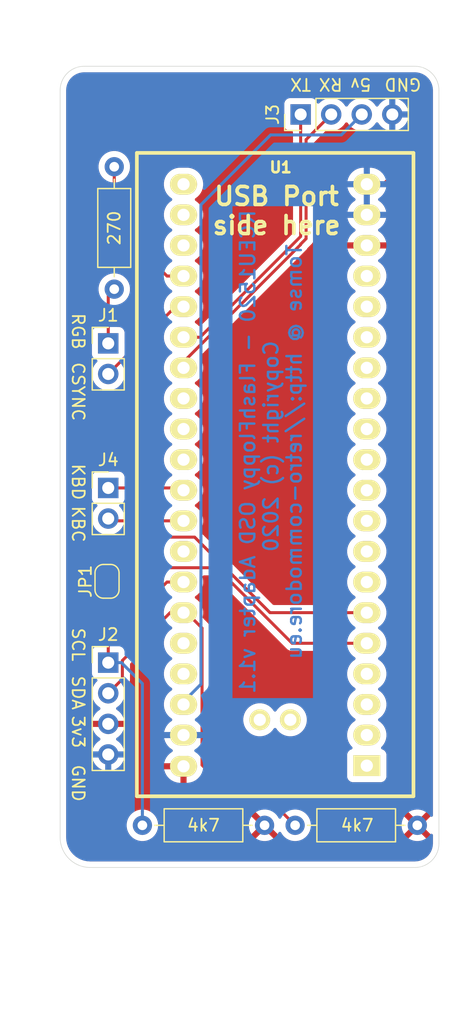
<source format=kicad_pcb>
(kicad_pcb
	(version 20241229)
	(generator "pcbnew")
	(generator_version "9.0")
	(general
		(thickness 1.6)
		(legacy_teardrops no)
	)
	(paper "A4")
	(title_block
		(title "RCEU1520 - FlashFloppy OSD Adapter")
		(date "2020-12-23")
		(rev "2")
		(company "http://retro-commodore.eu")
		(comment 3 "Copyright (C) Tomse 2020")
		(comment 4 "Free Open Source Hardware")
	)
	(layers
		(0 "F.Cu" signal)
		(2 "B.Cu" signal)
		(9 "F.Adhes" user "F.Adhesive")
		(11 "B.Adhes" user "B.Adhesive")
		(13 "F.Paste" user)
		(15 "B.Paste" user)
		(5 "F.SilkS" user "F.Silkscreen")
		(7 "B.SilkS" user "B.Silkscreen")
		(1 "F.Mask" user)
		(3 "B.Mask" user)
		(17 "Dwgs.User" user "User.Drawings")
		(19 "Cmts.User" user "User.Comments")
		(21 "Eco1.User" user "User.Eco1")
		(23 "Eco2.User" user "User.Eco2")
		(25 "Edge.Cuts" user)
		(27 "Margin" user)
		(31 "F.CrtYd" user "F.Courtyard")
		(29 "B.CrtYd" user "B.Courtyard")
		(35 "F.Fab" user)
		(33 "B.Fab" user)
	)
	(setup
		(pad_to_mask_clearance 0.051)
		(solder_mask_min_width 0.25)
		(allow_soldermask_bridges_in_footprints no)
		(tenting front back)
		(pcbplotparams
			(layerselection 0x00000000_00000000_55555555_5755f5ff)
			(plot_on_all_layers_selection 0x00000000_00000000_00000000_00000000)
			(disableapertmacros no)
			(usegerberextensions no)
			(usegerberattributes no)
			(usegerberadvancedattributes no)
			(creategerberjobfile no)
			(dashed_line_dash_ratio 12.000000)
			(dashed_line_gap_ratio 3.000000)
			(svgprecision 4)
			(plotframeref no)
			(mode 1)
			(useauxorigin no)
			(hpglpennumber 1)
			(hpglpenspeed 20)
			(hpglpendiameter 15.000000)
			(pdf_front_fp_property_popups yes)
			(pdf_back_fp_property_popups yes)
			(pdf_metadata yes)
			(pdf_single_document no)
			(dxfpolygonmode yes)
			(dxfimperialunits yes)
			(dxfusepcbnewfont yes)
			(psnegative no)
			(psa4output no)
			(plot_black_and_white yes)
			(plotinvisibletext no)
			(sketchpadsonfab no)
			(plotpadnumbers no)
			(hidednponfab no)
			(sketchdnponfab yes)
			(crossoutdnponfab yes)
			(subtractmaskfromsilk no)
			(outputformat 1)
			(mirror no)
			(drillshape 0)
			(scaleselection 1)
			(outputdirectory "RCEU1520-FlashFloppy-OSD-Adapter/")
		)
	)
	(net 0 "")
	(net 1 "GND")
	(net 2 "+3V3")
	(net 3 "Net-(U1-PB15_MOSI2)")
	(net 4 "unconnected-(U1-PC13_LED-Pad2)")
	(net 5 "unconnected-(U1-PB9-Pad37)")
	(net 6 "unconnected-(U1-PB10_SCL2-Pad15)")
	(net 7 "unconnected-(U1-PA11_USB_D--Pad28)")
	(net 8 "unconnected-(U1-PA14_SWCLK-Pad41)")
	(net 9 "unconnected-(U1-PA2_TX2-Pad7)")
	(net 10 "unconnected-(U1-PB13_SCK2-Pad22)")
	(net 11 "unconnected-(U1-PA13_SWDIO-Pad42)")
	(net 12 "unconnected-(U1-NRST-Pad17)")
	(net 13 "unconnected-(U1-PA4-Pad9)")
	(net 14 "unconnected-(U1-PC15-Pad4)")
	(net 15 "unconnected-(U1-PB0-Pad13)")
	(net 16 "unconnected-(U1-PB14_MISO2-Pad23)")
	(net 17 "unconnected-(U1-PA12_USBD+-Pad29)")
	(net 18 "unconnected-(U1-PC14-Pad3)")
	(net 19 "unconnected-(U1-PB11_SDA2-Pad16)")
	(net 20 "Net-(JP1-A)")
	(net 21 "unconnected-(U1-PB8-Pad36)")
	(net 22 "unconnected-(U1-PA15-Pad30)")
	(net 23 "unconnected-(U1-PB12-Pad21)")
	(net 24 "unconnected-(U1-PA7_MOSI1-Pad12)")
	(net 25 "unconnected-(U1-PA6_MISO1-Pad11)")
	(net 26 "unconnected-(U1-PB1-Pad14)")
	(net 27 "Net-(JP1-B)")
	(net 28 "unconnected-(U1-PB5-Pad33)")
	(net 29 "unconnected-(U1-PA5_SCK1-Pad10)")
	(net 30 "/5v")
	(net 31 "/CSYNC")
	(net 32 "/RGB")
	(net 33 "/RX")
	(net 34 "/TX")
	(net 35 "/SDA")
	(net 36 "/SCL")
	(net 37 "/KB_CLOCK")
	(net 38 "/KB_DATA")
	(net 39 "unconnected-(U1-PA3_RX2-Pad8)")
	(net 40 "unconnected-(U1-VBAT-Pad1)")
	(footprint "Connector_PinHeader_2.54mm:PinHeader_1x02_P2.54mm_Vertical" (layer "F.Cu") (at 89 93.5))
	(footprint "Bluepill:BluePill_STM32F103C" (layer "F.Cu") (at 110.5 116.5 180))
	(footprint "Resistor_THT:R_Axial_DIN0207_L6.3mm_D2.5mm_P10.16mm_Horizontal" (layer "F.Cu") (at 114.7 121.5 180))
	(footprint "Resistor_THT:R_Axial_DIN0207_L6.3mm_D2.5mm_P10.16mm_Horizontal" (layer "F.Cu") (at 102 121.5 180))
	(footprint "Connector_PinHeader_2.54mm:PinHeader_1x04_P2.54mm_Vertical" (layer "F.Cu") (at 105 62.5 90))
	(footprint "Resistor_THT:R_Axial_DIN0207_L6.3mm_D2.5mm_P10.16mm_Horizontal" (layer "F.Cu") (at 89.5 77 90))
	(footprint "Connector_PinHeader_2.54mm:PinHeader_1x04_P2.54mm_Vertical" (layer "F.Cu") (at 89 108))
	(footprint "Connector_PinHeader_2.54mm:PinHeader_1x02_P2.54mm_Vertical" (layer "F.Cu") (at 89 81.5))
	(footprint "Jumper:SolderJumper-2_P1.3mm_Bridged_RoundedPad1.0x1.5mm" (layer "F.Cu") (at 88.9 101.25 90))
	(gr_line
		(start 116.5 123)
		(end 116.5 60.5)
		(stroke
			(width 0.05)
			(type solid)
		)
		(layer "Edge.Cuts")
		(uuid "00000000-0000-0000-0000-00005e711d7f")
	)
	(gr_arc
		(start 87.5 125)
		(mid 85.732233 124.267767)
		(end 85 122.5)
		(stroke
			(width 0.05)
			(type solid)
		)
		(layer "Edge.Cuts")
		(uuid "18740ffb-de38-4836-856a-2cf3028ff630")
	)
	(gr_line
		(start 85 60.5)
		(end 85 122.5)
		(stroke
			(width 0.05)
			(type solid)
		)
		(layer "Edge.Cuts")
		(uuid "18e02ea3-d4f1-4ede-a1f7-11af310364a8")
	)
	(gr_line
		(start 114.5 58.5)
		(end 87 58.5)
		(stroke
			(width 0.05)
			(type solid)
		)
		(layer "Edge.Cuts")
		(uuid "3a676caa-a74e-49c0-84c1-f5b1add579fc")
	)
	(gr_arc
		(start 85 60.5)
		(mid 85.585786 59.085786)
		(end 87 58.5)
		(stroke
			(width 0.05)
			(type solid)
		)
		(layer "Edge.Cuts")
		(uuid "4c281ed1-1352-4c40-9472-3ef2af6b2073")
	)
	(gr_arc
		(start 114.5 58.5)
		(mid 115.914214 59.085786)
		(end 116.5 60.5)
		(stroke
			(width 0.05)
			(type solid)
		)
		(layer "Edge.Cuts")
		(uuid "89c5a358-0121-4ae9-9022-65e93129a712")
	)
	(gr_arc
		(start 116.5 123)
		(mid 115.914214 124.414214)
		(end 114.5 125)
		(stroke
			(width 0.05)
			(type solid)
		)
		(layer "Edge.Cuts")
		(uuid "a1e19e23-73c1-460c-913d-7e19018a54f6")
	)
	(gr_line
		(start 87.5 125)
		(end 114.5 125)
		(stroke
			(width 0.05)
			(type solid)
		)
		(layer "Edge.Cuts")
		(uuid "bfe21adf-b427-49b1-ad1b-b47934809008")
	)
	(gr_text "RCEU1520 - FlashFloppy OSD Adapter v1.1\nCopyright (c) 2020 \nTomse @ http://retro-commodore.eu\n\n"
		(at 103.5 90.5 90)
		(layer "B.Cu")
		(uuid "9fd870a4-6105-474c-90eb-a07e03d10600")
		(effects
			(font
				(size 1.2 1.2)
				(thickness 0.2)
			)
			(justify mirror)
		)
	)
	(gr_text "GND\n"
		(at 113.5 60 180)
		(layer "F.SilkS")
		(uuid "06e329b6-1998-497a-8df4-3ea594517338")
		(effects
			(font
				(size 1 1)
				(thickness 0.15)
			)
		)
	)
	(gr_text "3v3\n"
		(at 86.5 113.75 270)
		(layer "F.SilkS")
		(uuid "15636a3a-e300-409a-8da2-46a2df4bd5ad")
		(effects
			(font
				(size 1 1)
				(thickness 0.15)
			)
		)
	)
	(gr_text "5v"
		(at 110 60 180)
		(layer "F.SilkS")
		(uuid "310354b8-3b60-45de-bdf5-287434aa6428")
		(effects
			(font
				(size 1 1)
				(thickness 0.15)
			)
		)
	)
	(gr_text "KBC"
		(at 86.5 96.5 270)
		(layer "F.SilkS")
		(uuid "56a23bdf-2594-4144-8f7a-2b7d0cef3f72")
		(effects
			(font
				(size 1 1)
				(thickness 0.15)
			)
		)
	)
	(gr_text "TX"
		(at 105 60 180)
		(layer "F.SilkS")
		(uuid "5f37a82a-7d34-4e84-b410-c44d4d5ac7f4")
		(effects
			(font
				(size 1 1)
				(thickness 0.15)
			)
		)
	)
	(gr_text "GND\n"
		(at 86.5 118 270)
		(layer "F.SilkS")
		(uuid "5f53622c-3e4b-4615-b9ab-d8f41a131279")
		(effects
			(font
				(size 1 1)
				(thickness 0.15)
			)
		)
	)
	(gr_text "KBD"
		(at 86.5 93 270)
		(layer "F.SilkS")
		(uuid "69ecc579-f87a-4a55-a756-20af360428a0")
		(effects
			(font
				(size 1 1)
				(thickness 0.15)
			)
		)
	)
	(gr_text "USB Port\nside here"
		(at 103 70.5 0)
		(layer "F.SilkS")
		(uuid "aba54750-5b4e-4d52-bb6e-e822c8c3b626")
		(effects
			(font
				(size 1.5 1.5)
				(thickness 0.3)
			)
		)
	)
	(gr_text "SCL\n"
		(at 86.5 106.5 270)
		(layer "F.SilkS")
		(uuid "b7228854-0f53-4c3a-9694-41d152622c47")
		(effects
			(font
				(size 1 1)
				(thickness 0.15)
			)
		)
	)
	(gr_text "RX"
		(at 107.5 60 180)
		(layer "F.SilkS")
		(uuid "ca4266e1-df84-4984-989a-57f777352a6a")
		(effects
			(font
				(size 1 1)
				(thickness 0.15)
			)
		)
	)
	(gr_text "SDA"
		(at 86.5 110.5 270)
		(layer "F.SilkS")
		(uuid "d1716312-a229-48bb-a9ae-88fba0a097be")
		(effects
			(font
				(size 1 1)
				(thickness 0.15)
			)
		)
	)
	(gr_text "RGB"
		(at 86.5 80.5 270)
		(layer "F.SilkS")
		(uuid "da6c6197-2892-42b6-9673-e0de272a6417")
		(effects
			(font
				(size 1 1)
				(thickness 0.15)
			)
		)
	)
	(gr_text "CSYNC"
		(at 86.5 85.5 270)
		(layer "F.SilkS")
		(uuid "ebc7df70-4831-4288-9514-a51e53361999")
		(effects
			(font
				(size 1 1)
				(thickness 0.15)
			)
		)
	)
	(segment
		(start 112.62 67.5458)
		(end 112.62 63.702081)
		(width 0.25)
		(layer "F.Cu")
		(net 1)
		(uuid "11ee0a25-1589-48fe-ba40-3367de081ebb")
	)
	(segment
		(start 112.62 63.702081)
		(end 112.62 62.5)
		(width 0.25)
		(layer "F.Cu")
		(net 1)
		(uuid "7dc52d9c-dfd7-4f73-b46f-9bff980ad31e")
	)
	(segment
		(start 110.5 68.2908)
		(end 111.875 68.2908)
		(width 0.25)
		(layer "F.Cu")
		(net 1)
		(uuid "b5dfd5cd-6333-4d69-aba4-94a331cef12d")
	)
	(segment
		(start 111.875 68.2908)
		(end 112.62 67.5458)
		(width 0.25)
		(layer "F.Cu")
		(net 1)
		(uuid "ca493c85-c9ba-4a44-a61e-abf968003eb4")
	)
	(segment
		(start 89.5 66.84)
		(end 89.5 71.5258)
		(width 0.25)
		(layer "F.Cu")
		(net 3)
		(uuid "08138d27-69e1-40a6-b5d7-7d1b150160b1")
	)
	(segment
		(start 93.885 75.9108)
		(end 95.26 75.9108)
		(width 0.25)
		(layer "F.Cu")
		(net 3)
		(uuid "6cb5d341-559d-446b-a3d4-5e12fa15256e")
	)
	(segment
		(start 89.5 71.5258)
		(end 93.885 75.9108)
		(width 0.25)
		(layer "F.Cu")
		(net 3)
		(uuid "be8c7009-7ed7-4cae-a566-ebccdbd7d8dc")
	)
	(segment
		(start 91.525402 100.12219)
		(end 89.747592 101.9)
		(width 0.25)
		(layer "F.Cu")
		(net 20)
		(uuid "45f0820b-5227-4794-a31d-00c5f3aaa481")
	)
	(segment
		(start 104.2908 106.3908)
		(end 98.02219 100.12219)
		(width 0.25)
		(layer "F.Cu")
		(net 20)
		(uuid "6434de7a-08e2-4c98-a2bb-39d11776f3e0")
	)
	(segment
		(start 110.5 106.3908)
		(end 104.2908 106.3908)
		(width 0.25)
		(layer "F.Cu")
		(net 20)
		(uuid "82f0a0fe-c92b-46a8-85e7-7de49c33cd17")
	)
	(segment
		(start 89.747592 101.9)
		(end 88.9 101.9)
		(width 0.25)
		(layer "F.Cu")
		(net 20)
		(uuid "9cd8e862-d29d-44bd-a5c8-cce7ee8f918f")
	)
	(segment
		(start 98.02219 100.12219)
		(end 91.525402 100.12219)
		(width 0.25)
		(layer "F.Cu")
		(net 20)
		(uuid "f8b32f97-361f-4952-874f-18c9da6e304e")
	)
	(segment
		(start 96.18219 97.58219)
		(end 102.4508 103.8508)
		(width 0.25)
		(layer "F.Cu")
		(net 27)
		(uuid "2d4e02a5-d61e-4fe4-b0b9-53439703de3c")
	)
	(segment
		(start 102.4508 103.8508)
		(end 110.5 103.8508)
		(width 0.25)
		(layer "F.Cu")
		(net 27)
		(uuid "5d04d8e8-a424-4a7a-a626-faaa6370bcd6")
	)
	(segment
		(start 89 100.6)
		(end 92.01781 97.58219)
		(width 0.25)
		(layer "F.Cu")
		(net 27)
		(uuid "6f9736d3-4901-4426-aac8-46a3ab9a5c09")
	)
	(segment
		(start 92.01781 97.58219)
		(end 96.18219 97.58219)
		(width 0.25)
		(layer "F.Cu")
		(net 27)
		(uuid "7e4ca93e-b75c-432c-809c-3b9657f0d394")
	)
	(segment
		(start 102.5 64.2)
		(end 108.38 64.2)
		(width 0.25)
		(layer "B.Cu")
		(net 30)
		(uuid "0e84af27-aad7-4ab1-bc8e-514d39976fed")
	)
	(segment
		(start 96.71001 109.78999)
		(end 96.71001 69.98999)
		(width 0.25)
		(layer "B.Cu")
		(net 30)
		(uuid "11329fd5-0973-4814-a304-7a57ae832ef3")
	)
	(segment
		(start 108.38 64.2)
		(end 110.08 62.5)
		(width 0.25)
		(layer "B.Cu")
		(net 30)
		(uuid "23a5ea4b-47a4-4a0b-90c9-87f1c89d396a")
	)
	(segment
		(start 95.26 111.24)
		(end 96.71001 109.78999)
		(width 0.25)
		(layer "B.Cu")
		(net 30)
		(uuid "2a6c4d72-8d35-4cd5-97b5-1c4112ba7141")
	)
	(segment
		(start 95.26 111.4708)
		(end 95.26 111.24)
		(width 0.25)
		(layer "B.Cu")
		(net 30)
		(uuid "705c8049-5eb7-458c-ba01-c687ac8a3ba0")
	)
	(segment
		(start 96.71001 69.98999)
		(end 102.5 64.2)
		(width 0.25)
		(layer "B.Cu")
		(net 30)
		(uuid "f3e38be9-1f8b-4ec5-93bc-02e049986a19")
	)
	(segment
		(start 89 84.04)
		(end 94.5892 78.4508)
		(width 0.25)
		(layer "F.Cu")
		(net 31)
		(uuid "54e1ff10-bd8b-465f-b929-d4d967f00435")
	)
	(segment
		(start 95.0892 78.4508)
		(end 95.26 78.4508)
		(width 0.25)
		(layer "F.Cu")
		(net 31)
		(uuid "e70ffc5f-59d7-4929-98b2-af890fe9bbf3")
	)
	(segment
		(start 94.5892 78.4508)
		(end 95.26 78.4508)
		(width 0.25)
		(layer "F.Cu")
		(net 31)
		(uuid "fa45fdbf-cfef-478a-980a-f903f7f7fd8e")
	)
	(segment
		(start 89 77.5)
		(end 89.5 77)
		(width 0.25)
		(layer "F.Cu")
		(net 32)
		(uuid "89f76955-dd7e-4011-b4cc-45f44793e127")
	)
	(segment
		(start 89 81.5)
		(end 89 77.5)
		(width 0.25)
		(layer "F.Cu")
		(net 32)
		(uuid "a32df164-764e-4491-b552-17ba0196e8d5")
	)
	(segment
		(start 95.26 83.5308)
		(end 95.26 83.04)
		(width 0.25)
		(layer "F.Cu")
		(net 33)
		(uuid "0cf6fe06-f161-4862-bfee-d5af3276b8c2")
	)
	(segment
		(start 105.451 64.589)
		(end 107.54 62.5)
		(width 0.25)
		(layer "F.Cu")
		(net 33)
		(uuid "1d79488c-6813-4294-aa8c-5965f73d5f30")
	)
	(segment
		(start 105.18681 73.0768)
		(end 105.451 72.81261)
		(width 0.25)
		(layer "F.Cu")
		(net 33)
		(uuid "2074634f-8bed-46dc-99e3-e328f45ac7e3")
	)
	(segment
		(start 105 73.3)
		(end 105 73.26361)
		(width 0.25)
		(layer "F.Cu")
		(net 33)
		(uuid "2abef0a1-e606-418c-afa1-41f6b0aab659")
	)
	(segment
		(start 105 73.26361)
		(end 105.18681 73.0768)
		(width 0.25)
		(layer "F.Cu")
		(net 33)
		(uuid "66fa8089-dafd-4ed5-a2d5-01ba17976c96")
	)
	(segment
		(start 95.26 83.04)
		(end 105 73.3)
		(width 0.25)
		(layer "F.Cu")
		(net 33)
		(uuid "93d3899f-ca11-4137-8cf7-eadfefd3d6bb")
	)
	(segment
		(start 105.451 72.43899)
		(end 105.451 64.589)
		(width 0.25)
		(layer "F.Cu")
		(net 33)
		(uuid "96a53375-1371-4690-84c5-58303136234e")
	)
	(segment
		(start 105.451 72.81261)
		(end 105.451 72.43899)
		(width 0.25)
		(layer "F.Cu")
		(net 33)
		(uuid "bba9047d-1b65-41d4-b4b7-8370f959687a")
	)
	(segment
		(start 105 63.6)
		(end 105 62.5)
		(width 0.25)
		(layer "F.Cu")
		(net 34)
		(uuid "0cf544ad-5983-497b-bc48-29e6973e11ac")
	)
	(segment
		(start 95.26 80.9908)
		(end 96.635 80.9908)
		(width 0.25)
		(layer "F.Cu")
		(net 34)
		(uuid "2d0bbc80-96ec-47f7-ba72-8069a9de7d53")
	)
	(segment
		(start 96.635 80.9908)
		(end 105 72.6258)
		(width 0.25)
		(layer "F.Cu")
		(net 34)
		(uuid "34762fd1-10d1-4885-974d-48cdcd85c4fd")
	)
	(segment
		(start 105 72.6258)
		(end 105 63.6)
		(width 0.25)
		(layer "F.Cu")
		(net 34)
		(uuid "9b7ff92e-b02d-4020-8225-c445ace1d598")
	)
	(segment
		(start 90.176 109.364)
		(end 90.176 107.824)
		(width 0.25)
		(layer "F.Cu")
		(net 35)
		(uuid "01c92a7c-cc4b-4c81-b978-c76bb82f73c5")
	)
	(segment
		(start 96.8 105.1294)
		(end 96.8 116.5)
		(width 0.25)
		(layer "F.Cu")
		(net 35)
		(uuid "0896fbcb-0344-4b62-bc2d-5fcd0c31b3a7")
	)
	(segment
		(start 99.6 119.3)
		(end 102.34 119.3)
		(width 0.25)
		(layer "F.Cu")
		(net 35)
		(uuid "1a4aff60-802f-4245-825e-35a957802bbf")
	)
	(segment
		(start 95.26 103.8508)
		(end 95.5214 103.8508)
		(width 0.25)
		(layer "F.Cu")
		(net 35)
		(uuid "1a79a9e2-3474-4c8e-9b3e-18fa4b8f74a0")
	)
	(segment
		(start 96.8 116.5)
		(end 99.6 119.3)
		(width 0.25)
		(layer "F.Cu")
		(net 35)
		(uuid "27036eab-2327-4283-8ad8-690f3f6b2ca1")
	)
	(segment
		(start 89 110.54)
		(end 89 110.1)
		(width 0.25)
		(layer "F.Cu")
		(net 35)
		(uuid "2d85c783-39b8-444f-b3bd-7d57fc41a8de")
	)
	(segment
		(start 102.34 119.3)
		(end 104.54 121.5)
		(width 0.25)
		(layer "F.Cu")
		(net 35)
		(uuid "7164a237-a6e3-4ec5-af32-4f97a71d8ac2")
	)
	(segment
		(start 90.176 107.824)
		(end 94.1492 103.8508)
		(width 0.25)
		(layer "F.Cu")
		(net 35)
		(uuid "8754d1a2-3ae7-4e95-aa9e-9dd2905e1b9f")
	)
	(segment
		(start 94.1492 103.8508)
		(end 95.26 103.8508)
		(width 0.25)
		(layer "F.Cu")
		(net 35)
		(uuid "88de7061-0ea1-40a8-bfc6-b95eeaa1b8d9")
	)
	(segment
		(start 95.5214 103.8508)
		(end 96.8 105.1294)
		(width 0.25)
		(layer "F.Cu")
		(net 35)
		(uuid "94d709b0-df63-4fe7-8151-529af15c5829")
	)
	(segment
		(start 89 110.54)
		(end 90.176 109.364)
		(width 0.25)
		(layer "F.Cu")
		(net 35)
		(uuid "a66bd306-585f-4bf5-b730-b9b74db824ad")
	)
	(segment
		(start 93.885 101.3108)
		(end 95.26 101.3108)
		(width 0.25)
		(layer "F.Cu")
		(net 36)
		(uuid "4d6dbdc5-c068-483b-b368-cb9914e13e0f")
	)
	(segment
		(start 89 108)
		(end 89 106.1958)
		(width 0.25)
		(layer "F.Cu")
		(net 36)
		(uuid "8a97ef21-b3c6-4254-8b04-fa2691e634e4")
	)
	(segment
		(start 89 106.1958)
		(end 93.885 101.3108)
		(width 0.25)
		(layer "F.Cu")
		(net 36)
		(uuid "db59b33c-61b2-46e6-8756-31de920eac1f")
	)
	(segment
		(start 91.84 120.36863)
		(end 91.84 121.5)
		(width 0.25)
		(layer "B.Cu")
		(net 36)
		(uuid "0ec2caff-10f8-4685-ad3c-5deacf15ba4e")
	)
	(segment
		(start 91.84 109.74)
		(end 91.84 120.36863)
		(width 0.25)
		(layer "B.Cu")
		(net 36)
		(uuid "2053aa28-2a2c-4d4c-894c-6684f69da539")
	)
	(segment
		(start 89 108)
		(end 90.1 108)
		(width 0.25)
		(layer "B.Cu")
		(net 36)
		(uuid "c8238627-5616-46a8-8564-1a0f793a9493")
	)
	(segment
		(start 90.1 108)
		(end 91.84 109.74)
		(width 0.25)
		(layer "B.Cu")
		(net 36)
		(uuid "dce588cf-f57d-45f5-9d22-68b3859bbf13")
	)
	(segment
		(start 95.26 96.2308)
		(end 89.1908 96.2308)
		(width 0.25)
		(layer "F.Cu")
		(net 37)
		(uuid "1a7a5936-0bcd-4779-913e-56a85a76eb70")
	)
	(segment
		(start 89.1908 96.2308)
		(end 89 96.04)
		(width 0.25)
		(layer "F.Cu")
		(net 37)
		(uuid "7f3c57d0-8b57-47ae-a6a8-125cffa93614")
	)
	(segment
		(start 95.0692 93.5)
		(end 95.26 93.6908)
		(width 0.25)
		(layer "F.Cu")
		(net 38)
		(uuid "1f4629d5-e665-4e97-a431-67a189508433")
	)
	(segment
		(start 89 93.5)
		(end 95.0692 93.5)
		(width 0.25)
		(layer "F.Cu")
		(net 38)
		(uuid "d9fa6245-e4a3-402e-bbf1-4f00bb004851")
	)
	(zone
		(net 2)
		(net_name "+3V3")
		(layer "F.Cu")
		(uuid "00000000-0000-0000-0000-00005e712652")
		(hatch edge 0.508)
		(connect_pads
			(clearance 0.508)
		)
		(min_thickness 0.254)
		(filled_areas_thickness no)
		(fill yes
			(thermal_gap 0.508)
			(thermal_bridge_width 0.508)
		)
		(polygon
			(pts
				(xy 119.5 138) (xy 80 134.5) (xy 80.5 53) (xy 119 53)
			)
		)
		(filled_polygon
			(layer "F.Cu")
			(pts
				(xy 111.430445 63.179766) (xy 111.455021 63.20813) (xy 111.455196 63.208004) (xy 111.456668 63.21003)
				(xy 111.457439 63.21092) (xy 111.458105 63.212007) (xy 111.458106 63.212009) (xy 111.583794 63.385004)
				(xy 111.583796 63.385006) (xy 111.583798 63.385009) (xy 111.73499 63.536201) (xy 111.734993 63.536203)
				(xy 111.734996 63.536206) (xy 111.907991 63.661894) (xy 111.917702 63.666842) (xy 111.969316 63.715586)
				(xy 111.9865 63.779108) (xy 111.9865 67.231204) (xy 111.977714 67.261125) (xy 111.971086 67.291592)
				(xy 111.967273 67.296685) (xy 111.966498 67.299325) (xy 111.949593 67.320302) (xy 111.929561 67.340333)
				(xy 111.867248 67.374356) (xy 111.796433 67.36929) (xy 111.751373 67.34033) (xy 111.655268 67.244225)
				(xy 111.655265 67.244223) (xy 111.655263 67.244221) (xy 111.480537 67.117275) (xy 111.288104 67.019225)
				(xy 111.288103 67.019224) (xy 111.288102 67.019224) (xy 111.082703 66.952485) (xy 110.976044 66.935592)
				(xy 110.869387 66.9187) (xy 110.130613 66.9187) (xy 110.045287 66.932214) (xy 109.917296 66.952485)
				(xy 109.711897 67.019224) (xy 109.519459 67.117277) (xy 109.344734 67.244223) (xy 109.344731 67.244225)
				(xy 109.192025 67.396931) (xy 109.192023 67.396934) (xy 109.065077 67.571659) (xy 108.967024 67.764097)
				(xy 108.900285 67.969496) (xy 108.8665 68.182815) (xy 108.8665 68.398784) (xy 108.900285 68.612103)
				(xy 108.967024 68.817502) (xy 108.967025 68.817504) (xy 109.065075 69.009937) (xy 109.192021 69.184663)
				(xy 109.192023 69.184665) (xy 109.192025 69.184668) (xy 109.344734 69.337377) (xy 109.511946 69.458864)
				(xy 109.5553 69.515087) (xy 109.561375 69.585823) (xy 109.528243 69.648614) (xy 109.511946 69.662736)
				(xy 109.344734 69.784222) (xy 109.192025 69.936931) (xy 109.192023 69.936934) (xy 109.065077 70.111659)
				(xy 108.967024 70.304097) (xy 108.900285 70.509496) (xy 108.8665 70.722815) (xy 108.8665 70.938784)
				(xy 108.900285 71.152103) (xy 108.936447 71.263396) (xy 108.967025 71.357504) (xy 109.065075 71.549937)
				(xy 109.192021 71.724663) (xy 109.192023 71.724665) (xy 109.192025 71.724668) (xy 109.344734 71.877377)
				(xy 109.512371 71.999173) (xy 109.555725 72.055396) (xy 109.5618 72.126132) (xy 109.528668 72.188923)
				(xy 109.512371 72.203045) (xy 109.34506 72.324603) (xy 109.192406 72.477257) (xy 109.192404 72.47726)
				(xy 109.065505 72.651921) (xy 108.96749 72.844286) (xy 108.967487 72.844292) (xy 108.900775 73.049609)
				(xy 108.890133 73.1168) (xy 110.060058 73.1168) (xy 110.026619 73.174719) (xy 109.992 73.30392)
				(xy 109.992 73.43768) (xy 110.026619 73.566881) (xy 110.060058 73.6248) (xy 108.890133 73.6248)
				(xy 108.900775 73.69199) (xy 108.967487 73.897307) (xy 108.96749 73.897313) (xy 109.065505 74.089678)
				(xy 109.192404 74.264339) (xy 109.192406 74.264342) (xy 109.345057 74.416993) (xy 109.34506 74.416995)
				(xy 109.512371 74.538554) (xy 109.555725 74.594776) (xy 109.5618 74.665512) (xy 109.528669 74.728304)
				(xy 109.512372 74.742426) (xy 109.34473 74.864226) (xy 109.192025 75.016931) (xy 109.192023 75.016934)
				(xy 109.065077 75.191659) (xy 108.967024 75.384097) (xy 108.900285 75.589496) (xy 108.900285 75.589499)
				(xy 108.868947 75.787367) (xy 108.8665 75.802815) (xy 108.8665 76.018784) (xy 108.900285 76.232103)
				(xy 108.967024 76.437502) (xy 108.967025 76.437504) (xy 109.065075 76.629937) (xy 109.192021 76.804663)
				(xy 109.192023 76.804665) (xy 109.192025 76.804668) (xy 109.344734 76.957377) (xy 109.511946 77.078864)
				(xy 109.5553 77.135087) (xy 109.561375 77.205823) (xy 109.528243 77.268614) (xy 109.511946 77.282736)
				(xy 109.344734 77.404222) (xy 109.192025 77.556931) (xy 109.192023 77.556934) (xy 109.065077 77.731659)
				(xy 108.967024 77.924097) (xy 108.900285 78.129496) (xy 108.8665 78.342815) (xy 108.8665 78.558784)
				(xy 108.900285 78.772103) (xy 108.967024 78.977502) (xy 108.967025 78.977504) (xy 109.065075 79.169937)
				(xy 109.192021 79.344663) (xy 109.192023 79.344665) (xy 109.192025 79.344668) (xy 109.344734 79.497377)
				(xy 109.511946 79.618864) (xy 109.5553 79.675087) (xy 109.561375 79.745823) (xy 109.528243 79.808614)
				(xy 109.511946 79.822736) (xy 109.344734 79.944222) (xy 109.192025 80.096931) (xy 109.192023 80.096934)
				(xy 109.065077 80.271659) (xy 108.967024 80.464097) (xy 108.900285 80.669496) (xy 108.8665 80.882815)
				(xy 108.8665 81.098784) (xy 108.900285 81.312103) (xy 108.967024 81.517502) (xy 108.967025 81.517504)
				(xy 109.065075 81.709937) (xy 109.192021 81.884663) (xy 109.192023 81.884665) (xy 109.192025 81.884668)
				(xy 109.344734 82.037377) (xy 109.511946 82.158864) (xy 109.5553 82.215087) (xy 109.561375 82.285823)
				(xy 109.528243 82.348614) (xy 109.511946 82.362736) (xy 109.344734 82.484222) (xy 109.192025 82.636931)
				(xy 109.192023 82.636934) (xy 109.065077 82.811659) (xy 108.967024 83.004097) (xy 108.900285 83.209496)
				(xy 108.900285 83.209499) (xy 108.8665 83.422813) (xy 108.8665 83.638787) (xy 108.878019 83.711516)
				(xy 108.900285 83.852103) (xy 108.926598 83.933084) (xy 108.967025 84.057504) (xy 109.065075 84.249937)
				(xy 109.192021 84.424663) (xy 109.192023 84.424665) (xy 109.192025 84.424668) (xy 109.344734 84.577377)
				(xy 109.511946 84.698864) (xy 109.5553 84.755087) (xy 109.561375 84.825823) (xy 109.528243 84.888614)
				(xy 109.511946 84.902736) (xy 109.344734 85.024222) (xy 109.192025 85.176931) (xy 109.192023 85.176934)
				(xy 109.065077 85.351659) (xy 108.967024 85.544097) (xy 108.900285 85.749496) (xy 108.8665 85.962815)
				(xy 108.8665 86.178784) (xy 108.900285 86.392103) (xy 108.967024 86.597502) (xy 108.967025 86.597504)
				(xy 109.065075 86.789937) (xy 109.192021 86.964663) (xy 109.192023 86.964665) (xy 109.192025 86.964668)
				(xy 109.344734 87.117377) (xy 109.511946 87.238864) (xy 109.5553 87.295087) (xy 109.561375 87.365823)
				(xy 109.528243 87.428614) (xy 109.511946 87.442736) (xy 109.344734 87.564222) (xy 109.192025 87.716931)
				(xy 109.192023 87.716934) (xy 109.065077 87.891659) (xy 108.967024 88.084097) (xy 108.900285 88.289496)
				(xy 108.8665 88.502815) (xy 108.8665 88.718784) (xy 108.900285 88.932103) (xy 108.967024 89.137502)
				(xy 108.967025 89.137504) (xy 109.065075 89.329937) (xy 109.192021 89.504663) (xy 109.192023 89.504665)
				(xy 109.192025 89.504668) (xy 109.344734 89.657377) (xy 109.511946 89.778864) (xy 109.5553 89.835087)
				(xy 109.561375 89.905823) (xy 109.528243 89.968614) (xy 109.511946 89.982736) (xy 109.344734 90.104222)
				(xy 109.192025 90.256931) (xy 109.192023 90.256934) (xy 109.065077 90.431659) (xy 108.967024 90.624097)
				(xy 108.900285 90.829496) (xy 108.8665 91.042815) (xy 108.8665 91.258784) (xy 108.900285 91.472103)
				(xy 108.967024 91.677502) (xy 108.967025 91.677504) (xy 109.065075 91.869937) (xy 109.192021 92.044663)
				(xy 109.192023 92.044665) (xy 109.192025 92.044668) (xy 109.344734 92.197377) (xy 109.511946 92.318864)
				(xy 109.5553 92.375087) (xy 109.561375 92.445823) (xy 109.528243 92.508614) (xy 109.511946 92.522736)
				(xy 109.344734 92.644222) (xy 109.192025 92.796931) (xy 109.192023 92.796934) (xy 109.065077 92.971659)
				(xy 108.967024 93.164097) (xy 108.900285 93.369496) (xy 108.8665 93.582815) (xy 108.8665 93.798784)
				(xy 108.900285 94.012103) (xy 108.963663 94.207158) (xy 108.967025 94.217504) (xy 109.065075 94.409937)
				(xy 109.192021 94.584663) (xy 109.192023 94.584665) (xy 109.192025 94.584668) (xy 109.344734 94.737377)
				(xy 109.511946 94.858864) (xy 109.5553 94.915087) (xy 109.561375 94.985823) (xy 109.528243 95.048614)
				(xy 109.511946 95.062736) (xy 109.344734 95.184222) (xy 109.192025 95.336931) (xy 109.192023 95.336934)
				(xy 109.065077 95.511659) (xy 108.967024 95.704097) (xy 108.900285 95.909496) (xy 108.896549 95.933087)
				(xy 108.8665 96.122813) (xy 108.8665 96.338787) (xy 108.886771 96.466775) (xy 108.900285 96.552103)
				(xy 108.967024 96.757502) (xy 108.967025 96.757504) (xy 109.065075 96.949937) (xy 109.192021 97.124663)
				(xy 109.192023 97.124665) (xy 109.192025 97.124668) (xy 109.344734 97.277377) (xy 109.511946 97.398864)
				(xy 109.5553 97.455087) (xy 109.561375 97.525823) (xy 109.528243 97.588614) (xy 109.511946 97.602736)
				(xy 109.344734 97.724222) (xy 109.192025 97.876931) (xy 109.192023 97.876934) (xy 109.065077 98.051659)
				(xy 108.967024 98.244097) (xy 108.900285 98.449496) (xy 108.8665 98.662815) (xy 108.8665 98.878784)
				(xy 108.900285 99.092103) (xy 108.967024 99.297502) (xy 108.967025 99.297504) (xy 109.065075 99.489937)
				(xy 109.192021 99.664663) (xy 109.192023 99.664665) (xy 109.192025 99.664668) (xy 109.344734 99.817377)
				(xy 109.511946 99.938864) (xy 109.5553 99.995087) (xy 109.561375 100.065823) (xy 109.528243 100.128614)
				(xy 109.511946 100.142736) (xy 109.344734 100.264222) (xy 109.192025 100.416931) (xy 109.192023 100.416934)
				(xy 109.065077 100.591659) (xy 108.967024 100.784097) (xy 108.900285 100.989496) (xy 108.900285 100.989499)
				(xy 108.87121 101.173079) (xy 108.8665 101.202815) (xy 108.8665 101.418784) (xy 108.900285 101.632103)
				(xy 108.967024 101.837502) (xy 108.967025 101.837504) (xy 109.065075 102.029937) (xy 109.192021 102.204663)
				(xy 109.192023 102.204665) (xy 109.192025 102.204668) (xy 109.344734 102.357377) (xy 109.511946 102.478864)
				(xy 109.5553 102.535087) (xy 109.561375 102.605823) (xy 109.528243 102.668614) (xy 109.511946 102.682736)
				(xy 109.344734 102.804222) (xy 109.192025 102.956931) (xy 109.192023 102.956934) (xy 109.065077 103.131659)
				(xy 109.056495 103.148503) (xy 109.007746 103.200118) (xy 108.944228 103.2173) (xy 102.765394 103.2173)
				(xy 102.697273 103.197298) (xy 102.676299 103.180395) (xy 96.666203 97.170299) (xy 96.632177 97.107987)
				(xy 96.637242 97.037172) (xy 96.653359 97.007146) (xy 96.694925 96.949937) (xy 96.792975 96.757504)
				(xy 96.859715 96.552101) (xy 96.8935 96.338787) (xy 96.8935 96.122813) (xy 96.859715 95.909499)
				(xy 96.792975 95.704096) (xy 96.694925 95.511663) (xy 96.567979 95.336937) (xy 96.567976 95.336934)
				(xy 96.567974 95.336931) (xy 96.415268 95.184225) (xy 96.415265 95.184223) (xy 96.415264 95.184222)
				(xy 96.415263 95.184221) (xy 96.248052 95.062735) (xy 96.204699 95.006514) (xy 96.198624 94.935778)
				(xy 96.231755 94.872986) (xy 96.248053 94.858864) (xy 96.257516 94.851989) (xy 96.415263 94.737379)
				(xy 96.567979 94.584663) (xy 96.694925 94.409937) (xy 96.792975 94.217504) (xy 96.859715 94.012101)
				(xy 96.8935 93.798787) (xy 96.8935 93.582813) (xy 96.859715 93.369499) (xy 96.792975 93.164096)
				(xy 96.694925 92.971663) (xy 96.567979 92.796937) (xy 96.567976 92.796934) (xy 96.567974 92.796931)
				(xy 96.415268 92.644225) (xy 96.415265 92.644223) (xy 96.415264 92.644222) (xy 96.415263 92.644221)
				(xy 96.248052 92.522735) (xy 96.204699 92.466514) (xy 96.198624 92.395778) (xy 96.231755 92.332986)
				(xy 96.248053 92.318864) (xy 96.415263 92.197379) (xy 96.567979 92.044663) (xy 96.694925 91.869937)
				(xy 96.792975 91.677504) (xy 96.859715 91.472101) (xy 96.8935 91.258787) (xy 96.8935 91.042813)
				(xy 96.859715 90.829499) (xy 96.792975 90.624096) (xy 96.694925 90.431663) (xy 96.567979 90.256937)
				(xy 96.567976 90.256934) (xy 96.567974 90.256931) (xy 96.415268 90.104225) (xy 96.415265 90.104223)
				(xy 96.415264 90.104222) (xy 96.415263 90.104221) (xy 96.248052 89.982735) (xy 96.204699 89.926514)
				(xy 96.198624 89.855778) (xy 96.231755 89.792986) (xy 96.248053 89.778864) (xy 96.415263 89.657379)
				(xy 96.567979 89.504663) (xy 96.694925 89.329937) (xy 96.792975 89.137504) (xy 96.859715 88.932101)
				(xy 96.8935 88.718787) (xy 96.8935 88.502813) (xy 96.859715 88.289499) (xy 96.792975 88.084096)
				(xy 96.694925 87.891663) (xy 96.567979 87.716937) (xy 96.567976 87.716934) (xy 96.567974 87.716931)
				(xy 96.415268 87.564225) (xy 96.415265 87.564223) (xy 96.415264 87.564222) (xy 96.415263 87.564221)
				(xy 96.248052 87.442735) (xy 96.204699 87.386514) (xy 96.198624 87.315778) (xy 96.231755 87.252986)
				(xy 96.248053 87.238864) (xy 96.415263 87.117379) (xy 96.567979 86.964663) (xy 96.694925 86.789937)
				(xy 96.792975 86.597504) (xy 96.859715 86.392101) (xy 96.8935 86.178787) (xy 96.8935 85.962813)
				(xy 96.859715 85.749499) (xy 96.792975 85.544096) (xy 96.694925 85.351663) (xy 96.567979 85.176937)
				(xy 96.567976 85.176934) (xy 96.567974 85.176931) (xy 96.415268 85.024225) (xy 96.415265 85.024223)
				(xy 96.415264 85.024222) (xy 96.415263 85.024221) (xy 96.248052 84.902735) (xy 96.204699 84.846514)
				(xy 96.198624 84.775778) (xy 96.231755 84.712986) (xy 96.248053 84.698864) (xy 96.415263 84.577379)
				(xy 96.567979 84.424663) (xy 96.694925 84.249937) (xy 96.792975 84.057504) (xy 96.859715 83.852101)
				(xy 96.8935 83.638787) (xy 96.8935 83.422813) (xy 96.859715 83.209499) (xy 96.792975 83.004096)
				(xy 96.694925 82.811663) (xy 96.627439 82.718777) (xy 96.603582 82.65191) (xy 96.619662 82.582759)
				(xy 96.640277 82.555626) (xy 105.492071 73.703833) (xy 105.558458 73.604476) (xy 105.574121 73.585391)
				(xy 105.678881 73.480633) (xy 105.943071 73.216443) (xy 106.0124 73.112685) (xy 106.060155 72.997395)
				(xy 106.0845 72.875004) (xy 106.0845 72.750216) (xy 106.0845 72.376596) (xy 106.0845 64.903593)
				(xy 106.104502 64.835472) (xy 106.121395 64.814508) (xy 107.083487 63.852415) (xy 107.145796 63.818393)
				(xy 107.211515 63.821679) (xy 107.221884 63.825049) (xy 107.433084 63.8585) (xy 107.433087 63.8585)
				(xy 107.646913 63.8585) (xy 107.646916 63.8585) (xy 107.858116 63.825049) (xy 108.061483 63.758972)
				(xy 108.252009 63.661894) (xy 108.425004 63.536206) (xy 108.576206 63.385004) (xy 108.701894 63.212009)
				(xy 108.701899 63.211997) (xy 108.702561 63.21092) (xy 108.702924 63.210591) (xy 108.704804 63.208004)
				(xy 108.705347 63.208398) (xy 108.755204 63.163283) (xy 108.825244 63.15167) (xy 108.890445 63.179766)
				(xy 108.915021 63.20813) (xy 108.915196 63.208004) (xy 108.916668 63.21003) (xy 108.917439 63.21092)
				(xy 108.918105 63.212007) (xy 108.918106 63.212009) (xy 109.043794 63.385004) (xy 109.043796 63.385006)
				(xy 109.043798 63.385009) (xy 109.19499 63.536201) (xy 109.194993 63.536203) (xy 109.194996 63.536206)
				(xy 109.367991 63.661894) (xy 109.558517 63.758972) (xy 109.761878 63.825047) (xy 109.761879 63.825047)
				(xy 109.761884 63.825049) (xy 109.973084 63.8585) (xy 109.973087 63.8585) (xy 110.186913 63.8585)
				(xy 110.186916 63.8585) (xy 110.398116 63.825049) (xy 110.601483 63.758972) (xy 110.792009 63.661894)
				(xy 110.965004 63.536206) (xy 111.116206 63.385004) (xy 111.241894 63.212009) (xy 111.241899 63.211997)
				(xy 111.242561 63.21092) (xy 111.242924 63.210591) (xy 111.244804 63.208004) (xy 111.245347 63.208398)
				(xy 111.295204 63.163283) (xy 111.365244 63.15167)
			)
		)
		(filled_polygon
			(layer "F.Cu")
			(pts
				(xy 114.504487 59.000821) (xy 114.522302 59.002095) (xy 114.704419 59.01512) (xy 114.722193 59.017675)
				(xy 114.913653 59.059324) (xy 114.930899 59.064388) (xy 115.114476 59.132859) (xy 115.130825 59.140326)
				(xy 115.302783 59.234222) (xy 115.317907 59.243942) (xy 115.474752 59.361355) (xy 115.488338 59.373128)
				(xy 115.626871 59.511661) (xy 115.638644 59.525247) (xy 115.756057 59.682092) (xy 115.765777 59.697216)
				(xy 115.859673 59.869174) (xy 115.867141 59.885526) (xy 115.93561 60.069098) (xy 115.940675 60.086348)
				(xy 115.982322 60.277796) (xy 115.98488 60.29559) (xy 115.999179 60.495511) (xy 115.9995 60.5045)
				(xy 115.9995 120.675516) (xy 115.979498 120.743637) (xy 115.925842 120.79013) (xy 115.855568 120.800234)
				(xy 115.794042 120.772134) (xy 115.787582 120.771626) (xy 115.1 121.459208) (xy 115.1 121.447339)
				(xy 115.072741 121.345606) (xy 115.02008 121.254394) (xy 114.945606 121.17992) (xy 114.854394 121.127259)
				(xy 114.752661 121.1) (xy 114.74079 121.1) (xy 115.428372 120.412416) (xy 115.385541 120.381298)
				(xy 115.38554 120.381297) (xy 115.202099 120.287829) (xy 115.202093 120.287826) (xy 115.006294 120.224208)
				(xy 115.006298 120.224208) (xy 114.802939 120.192) (xy 114.597061 120.192) (xy 114.393703 120.224208)
				(xy 114.197906 120.287826) (xy 114.1979 120.287829) (xy 114.014452 120.381301) (xy 113.971625 120.412416)
				(xy 114.659209 121.1) (xy 114.647339 121.1) (xy 114.545606 121.127259) (xy 114.454394 121.17992)
				(xy 114.37992 121.254394) (xy 114.327259 121.345606) (xy 114.3 121.447339) (xy 114.3 121.459209)
				(xy 113.612416 120.771625) (xy 113.581301 120.814452) (xy 113.487829 120.9979) (xy 113.487826 120.997906)
				(xy 113.424208 121.193703) (xy 113.392 121.397061) (xy 113.392 121.602938) (xy 113.424208 121.806296)
				(xy 113.487826 122.002093) (xy 113.487829 122.002099) (xy 113.581297 122.18554) (xy 113.581298 122.185541)
				(xy 113.612416 122.228372) (xy 114.3 121.540788) (xy 114.3 121.552661) (xy 114.327259 121.654394)
				(xy 114.37992 121.745606) (xy 114.454394 121.82008) (xy 114.545606 121.872741) (xy 114.647339 121.9)
				(xy 114.65921 121.9) (xy 113.971626 122.587582) (xy 113.971626 122.587583) (xy 114.014454 122.618699)
				(xy 114.1979 122.71217) (xy 114.197906 122.712173) (xy 114.393705 122.775791) (xy 114.393701 122.775791)
				(xy 114.597061 122.808) (xy 114.802939 122.808) (xy 115.006296 122.775791) (xy 115.202093 122.712173)
				(xy 115.202099 122.71217) (xy 115.385541 122.618701) (xy 115.428372 122.587582) (xy 115.428372 122.587581)
				(xy 114.740791 121.9) (xy 114.752661 121.9) (xy 114.854394 121.872741) (xy 114.945606 121.82008)
				(xy 115.02008 121.745606) (xy 115.072741 121.654394) (xy 115.1 121.552661) (xy 115.1 121.540791)
				(xy 115.787581 122.228372) (xy 115.801584 122.22727) (xy 115.827785 122.207067) (xy 115.898521 122.20099)
				(xy 115.961313 122.234122) (xy 115.996225 122.295941) (xy 115.9995 122.324481) (xy 115.9995 122.995499)
				(xy 115.999179 123.004488) (xy 115.98488 123.204409) (xy 115.982322 123.222203) (xy 115.940675 123.413651)
				(xy 115.93561 123.430901) (xy 115.867141 123.614473) (xy 115.859673 123.630825) (xy 115.765777 123.802783)
				(xy 115.756057 123.817907) (xy 115.638644 123.974752) (xy 115.626871 123.988338) (xy 115.488338 124.126871)
				(xy 115.474752 124.138644) (xy 115.317907 124.256057) (xy 115.302783 124.265777) (xy 115.130825 124.359673)
				(xy 115.114473 124.367141) (xy 114.930901 124.43561) (xy 114.913651 124.440675) (xy 114.722203 124.482322)
				(xy 114.704409 124.48488) (xy 114.504488 124.499179) (xy 114.495499 124.4995) (xy 87.504122 124.4995)
				(xy 87.495881 124.49923) (xy 87.247254 124.482934) (xy 87.230914 124.480783) (xy 86.990591 124.43298)
				(xy 86.974671 124.428714) (xy 86.742643 124.349951) (xy 86.727416 124.343644) (xy 86.507653 124.235269)
				(xy 86.493387 124.227032) (xy 86.289647 124.090897) (xy 86.276579 124.08087) (xy 86.092341 123.919298)
				(xy 86.080701 123.907658) (xy 85.919127 123.723418) (xy 85.909102 123.710352) (xy 85.772964 123.506607)
				(xy 85.764733 123.492351) (xy 85.656351 123.272573) (xy 85.650048 123.257356) (xy 85.638115 123.222203)
				(xy 85.571284 123.025325) (xy 85.567021 123.009417) (xy 85.519214 122.769073) (xy 85.517066 122.752754)
				(xy 85.50077 122.504118) (xy 85.5005 122.495878) (xy 85.5005 121.397019) (xy 90.5315 121.397019)
				(xy 90.5315 121.602981) (xy 90.56372 121.806408) (xy 90.627366 122.00229) (xy 90.720871 122.185803)
				(xy 90.841932 122.35243) (xy 90.841934 122.352432) (xy 90.841936 122.352435) (xy 90.987564 122.498063)
				(xy 90.987567 122.498065) (xy 90.98757 122.498068) (xy 91.154197 122.619129) (xy 91.33771 122.712634)
				(xy 91.533592 122.77628) (xy 91.737019 122.8085) (xy 91.737022 122.8085) (xy 91.942978 122.8085)
				(xy 91.942981 122.8085) (xy 92.146408 122.77628) (xy 92.34229 122.712634) (xy 92.525803 122.619129)
				(xy 92.69243 122.498068) (xy 92.69462 122.495878) (xy 92.740033 122.450466) (xy 92.838063 122.352435)
				(xy 92.838068 122.35243) (xy 92.959129 122.185803) (xy 93.052634 122.00229) (xy 93.11628 121.806408)
				(xy 93.1485 121.602981) (xy 93.1485 121.397019) (xy 93.11628 121.193592) (xy 93.052634 120.99771)
				(xy 92.959129 120.814197) (xy 92.838068 120.64757) (xy 92.838065 120.647567) (xy 92.838063 120.647564)
				(xy 92.692435 120.501936) (xy 92.692432 120.501934) (xy 92.69243 120.501932) (xy 92.526391 120.381298)
				(xy 92.525806 120.380873) (xy 92.525805 120.380872) (xy 92.525803 120.380871) (xy 92.34229 120.287366)
				(xy 92.342287 120.287365) (xy 92.342285 120.287364) (xy 92.146412 120.223721) (xy 92.14641 120.22372)
				(xy 92.146408 120.22372) (xy 91.942981 120.1915) (xy 91.737019 120.1915) (xy 91.533592 120.22372)
				(xy 91.53359 120.22372) (xy 91.533587 120.223721) (xy 91.337714 120.287364) (xy 91.337708 120.287367)
				(xy 91.154193 120.380873) (xy 90.987567 120.501934) (xy 90.987564 120.501936) (xy 90.841936 120.647564)
				(xy 90.841934 120.647567) (xy 90.720873 120.814193) (xy 90.627367 120.997708) (xy 90.627364 120.997714)
				(xy 90.563721 121.193587) (xy 90.56372 121.19359) (xy 90.56372 121.193592) (xy 90.5315 121.397019)
				(xy 85.5005 121.397019) (xy 85.5005 100.534171) (xy 87.6365 100.534171) (xy 87.6365 101.099994)
				(xy 87.641727 101.173081) (xy 87.652397 101.209419) (xy 87.656219 101.262848) (xy 87.6365 101.400002)
				(xy 87.6365 101.965828) (xy 87.653996 102.098725) (xy 87.653999 102.098738) (xy 87.688071 102.225894)
				(xy 87.739371 102.349744) (xy 87.739377 102.349754) (xy 87.805194 102.463753) (xy 87.805199 102.46376)
				(xy 87.886794 102.570097) (xy 87.886813 102.570118) (xy 87.979881 102.663186) (xy 87.979902 102.663205)
				(xy 88.086239 102.7448) (xy 88.086243 102.744803) (xy 88.200257 102.810629) (xy 88.324101 102.861927)
				(xy 88.451268 102.896002) (xy 88.451271 102.896002) (xy 88.451274 102.896003) (xy 88.485523 102.900511)
				(xy 88.584174 102.9135) (xy 88.584181 102.9135) (xy 89.215819 102.9135) (xy 89.215826 102.9135)
				(xy 89.335941 102.897685) (xy 89.348725 102.896003) (xy 89.348725 102.896002) (xy 89.348732 102.896002)
				(xy 89.475899 102.861927) (xy 89.599743 102.810629) (xy 89.713757 102.744803) (xy 89.820106 102.663198)
				(xy 89.913198 102.570106) (xy 89.95227 102.519185) (xy 90.004013 102.479481) (xy 90.047667 102.4614)
				(xy 90.151425 102.392071) (xy 91.750901 100.792595) (xy 91.813213 100.758569) (xy 91.839996 100.75569)
				(xy 93.240015 100.75569) (xy 93.308136 100.775692) (xy 93.354629 100.829348) (xy 93.364733 100.899622)
				(xy 93.335239 100.964202) (xy 93.32911 100.970785) (xy 88.596167 105.703729) (xy 88.507931 105.791964)
				(xy 88.507926 105.791971) (xy 88.438601 105.895723) (xy 88.390846 106.011012) (xy 88.3665 106.133403)
				(xy 88.3665 106.5155) (xy 88.346498 106.583621) (xy 88.292842 106.630114) (xy 88.2405 106.6415)
				(xy 88.10135 106.6415) (xy 88.040803 106.648009) (xy 88.040795 106.648011) (xy 87.903797 106.69911)
				(xy 87.903792 106.699112) (xy 87.786738 106.786738) (xy 87.699112 106.903792) (xy 87.69911 106.903797)
				(xy 87.648011 107.040795) (xy 87.648009 107.040803) (xy 87.6415 107.10135) (xy 87.6415 108.898649)
				(xy 87.648009 108.959196) (xy 87.648011 108.959204) (xy 87.69911 109.096202) (xy 87.699112 109.096207)
				(xy 87.786738 109.213261) (xy 87.903791 109.300886) (xy 87.903792 109.300886) (xy 87.903796 109.300889)
				(xy 88.021711 109.344869) (xy 88.078543 109.387414) (xy 88.103354 109.453934) (xy 88.088263 109.523308)
				(xy 88.066771 109.552018) (xy 87.963794 109.654995) (xy 87.838108 109.827987) (xy 87.741029 110.018515)
				(xy 87.741026 110.018521) (xy 87.674952 110.221878) (xy 87.674951 110.221883) (xy 87.674951 110.221884)
				(xy 87.6415 110.433084) (xy 87.6415 110.646916) (xy 87.674951 110.858116) (xy 87.674952 110.858121)
				(xy 87.741026 111.061478) (xy 87.741028 111.061483) (xy 87.838106 111.252009) (xy 87.963794 111.425004)
				(xy 87.963796 111.425006) (xy 87.963798 111.425009) (xy 88.11499 111.576201) (xy 88.114993 111.576203)
				(xy 88.114996 111.576206) (xy 88.287991 111.701894) (xy 88.288001 111.701899) (xy 88.289567 111.702859)
				(xy 88.290042 111.703384) (xy 88.291996 111.704804) (xy 88.291697 111.705214) (xy 88.3372 111.755505)
				(xy 88.348808 111.825546) (xy 88.320707 111.890745) (xy 88.292157 111.915485) (xy 88.292258 111.915624)
				(xy 88.290644 111.916796) (xy 88.289574 111.917724) (xy 88.288255 111.918532) (xy 88.11532 112.044177)
				(xy 87.964177 112.19532) (xy 87.838536 112.368249) (xy 87.741493 112.558707) (xy 87.74149 112.558713)
				(xy 87.67544 112.761995) (xy 87.665302 112.826) (xy 88.569297 112.826) (xy 88.534075 112.887007)
				(xy 88.5 113.014174) (xy 88.5 113.145826) (xy 88.534075 113.272993) (xy 88.569297 113.334) (xy 87.665302 113.334)
				(xy 87.67544 113.398004) (xy 87.74149 113.601286) (xy 87.741493 113.601292) (xy 87.838536 113.79175)
				(xy 87.964177 113.964679) (xy 88.11532 114.115822) (xy 88.288244 114.24146) (xy 88.28956 114.242266)
				(xy 88.289955 114.242703) (xy 88.292258 114.244376) (xy 88.291906 114.244859) (xy 88.337196 114.29491)
				(xy 88.348809 114.36495) (xy 88.320712 114.43015) (xy 88.291925 114.455098) (xy 88.291996 114.455196)
				(xy 88.290862 114.456019) (xy 88.28958 114.457131) (xy 88.287998 114.4581) (xy 88.114993 114.583796)
				(xy 88.11499 114.583798) (xy 87.963798 114.73499) (xy 87.963796 114.734993) (xy 87.838108 114.907987)
				(xy 87.741029 115.098515) (xy 87.741026 115.098521) (xy 87.674952 115.301878) (xy 87.674951 115.301883)
				(xy 87.674951 115.301884) (xy 87.6415 115.513084) (xy 87.6415 115.726916) (xy 87.674951 115.938116)
				(xy 87.674952 115.938121) (xy 87.72547 116.0936) (xy 87.741028 116.141483) (xy 87.838106 116.332009)
				(xy 87.838108 116.332012) (xy 87.863966 116.367602) (xy 87.963794 116.505004) (xy 87.963796 116.505006)
				(xy 87.963798 116.505009) (xy 88.11499 116.656201) (xy 88.114993 116.656203) (xy 88.114996 116.656206)
				(xy 88.287991 116.781894) (xy 88.478517 116.878972) (xy 88.681878 116.945047) (xy 88.681879 116.945047)
				(xy 88.681884 116.945049) (xy 88.893084 116.9785) (xy 88.893087 116.9785) (xy 89.106913 116.9785)
				(xy 89.106916 116.9785) (xy 89.318116 116.945049) (xy 89.521483 116.878972) (xy 89.712009 116.781894)
				(xy 89.885004 116.656206) (xy 90.036206 116.505004) (xy 90.161894 116.332009) (xy 90.258972 116.141483)
				(xy 90.325049 115.938116) (xy 90.3585 115.726916) (xy 90.3585 115.513084) (xy 90.325049 115.301884)
				(xy 90.258972 115.098517) (xy 90.161894 114.907991) (xy 90.036206 114.734996) (xy 90.036203 114.734993)
				(xy 90.036201 114.73499) (xy 89.885009 114.583798) (xy 89.885006 114.583796) (xy 89.885004 114.583794)
				(xy 89.815806 114.533518) (xy 89.712006 114.458103) (xy 89.710427 114.457136) (xy 89.709952 114.456611)
				(xy 89.708004 114.455196) (xy 89.708301 114.454786) (xy 89.662797 114.404488) (xy 89.651191 114.334446)
				(xy 89.679296 114.269249) (xy 89.707844 114.244516) (xy 89.707742 114.244376) (xy 89.709382 114.243184)
				(xy 89.710448 114.242261) (xy 89.711754 114.24146) (xy 89.884679 114.115822) (xy 90.035822 113.964679)
				(xy 90.161463 113.79175) (xy 90.258506 113.601292) (xy 90.258509 113.601286) (xy 90.324559 113.398004)
				(xy 90.334698 113.334) (xy 89.430703 113.334) (xy 89.465925 113.272993) (xy 89.5 113.145826) (xy 89.5 113.014174)
				(xy 89.465925 112.887007) (xy 89.430703 112.826) (xy 90.334697 112.826) (xy 90.324559 112.761995)
				(xy 90.258509 112.558713) (xy 90.258506 112.558707) (xy 90.161463 112.368249) (xy 90.035822 112.19532)
				(xy 89.884679 112.044177) (xy 89.711749 111.918535) (xy 89.710433 111.917729) (xy 89.710037 111.917291)
				(xy 89.707742 111.915624) (xy 89.708092 111.915141) (xy 89.6628 111.865084) (xy 89.65119 111.795043)
				(xy 89.679291 111.729844) (xy 89.708076 111.704903) (xy 89.708004 111.704804) (xy 89.709158 111.703965)
				(xy 89.710441 111.702854) (xy 89.711992 111.701902) (xy 89.712009 111.701894) (xy 89.885004 111.576206)
				(xy 90.036206 111.425004) (xy 90.161894 111.252009) (xy 90.258972 111.061483) (xy 90.325049 110.858116)
				(xy 90.3585 110.646916) (xy 90.3585 110.433084) (xy 90.325049 110.221884) (xy 90.32168 110.211518)
				(xy 90.319652 110.140552) (xy 90.352416 110.083486) (xy 90.668071 109.767833) (xy 90.7374 109.664075)
				(xy 90.785155 109.548785) (xy 90.8095 109.426394) (xy 90.8095 109.301606) (xy 90.8095 108.138594)
				(xy 90.829502 108.070473) (xy 90.846405 108.049499) (xy 92.39712 106.498784) (xy 93.967127 104.928776)
				(xy 94.029437 104.894752) (xy 94.100252 104.899817) (xy 94.130273 104.915932) (xy 94.271947 105.018864)
				(xy 94.3153 105.075087) (xy 94.321375 105.145823) (xy 94.288243 105.208615) (xy 94.271946 105.222736)
				(xy 94.104734 105.344222) (xy 93.952025 105.496931) (xy 93.952023 105.496934) (xy 93.825077 105.671659)
				(xy 93.727024 105.864097) (xy 93.660285 106.069496) (xy 93.660285 106.069499) (xy 93.6265 106.282813)
				(xy 93.6265 106.498787) (xy 93.637437 106.567842) (xy 93.660285 106.712103) (xy 93.722571 106.903796)
				(xy 93.727025 106.917504) (xy 93.825075 107.109937) (xy 93.952021 107.284663) (xy 93.952023 107.284665)
				(xy 93.952025 107.284668) (xy 94.104734 107.437377) (xy 94.271946 107.558864) (xy 94.3153 107.615087)
				(xy 94.321375 107.685823) (xy 94.288243 107.748614) (xy 94.271946 107.762736) (xy 94.104734 107.884222)
				(xy 93.952025 108.036931) (xy 93.952023 108.036934) (xy 93.825077 108.211659) (xy 93.727024 108.404097)
				(xy 93.660285 108.609496) (xy 93.660285 108.609499) (xy 93.6265 108.822813) (xy 93.6265 109.038787)
				(xy 93.646771 109.166775) (xy 93.660285 109.252103) (xy 93.727024 109.457502) (xy 93.825077 109.64994)
				(xy 93.856463 109.693138) (xy 93.952021 109.824663) (xy 93.952023 109.824665) (xy 93.952025 109.824668)
				(xy 94.104734 109.977377) (xy 94.271946 110.098864) (xy 94.3153 110.155087) (xy 94.321375 110.225823)
				(xy 94.288243 110.288614) (xy 94.271946 110.302736) (xy 94.104734 110.424222) (xy 93.952025 110.576931)
				(xy 93.952023 110.576934) (xy 93.825077 110.751659) (xy 93.727024 110.944097) (xy 93.660285 111.149496)
				(xy 93.6265 111.362815) (xy 93.6265 111.578784) (xy 93.660285 111.792103) (xy 93.727024 111.997502)
				(xy 93.825077 112.18994) (xy 93.842628 112.214097) (xy 93.952021 112.364663) (xy 93.952023 112.364665)
				(xy 93.952025 112.364668) (xy 94.104734 112.517377) (xy 94.271946 112.638864) (xy 94.3153 112.695087)
				(xy 94.321375 112.765823) (xy 94.288243 112.828614) (xy 94.271946 112.842736) (xy 94.104734 112.964222)
				(xy 93.952025 113.116931) (xy 93.952023 113.116934) (xy 93.825077 113.291659) (xy 93.727024 113.484097)
				(xy 93.660285 113.689496) (xy 93.6265 113.902815) (xy 93.6265 114.118784) (xy 93.660285 114.332103)
				(xy 93.727024 114.537502) (xy 93.825077 114.72994) (xy 93.856463 114.773138) (xy 93.952021 114.904663)
				(xy 93.952023 114.904665) (xy 93.952025 114.904668) (xy 94.104731 115.057374) (xy 94.104734 115.057376)
				(xy 94.104737 115.057379) (xy 94.279463 115.184325) (xy 94.298871 115.194213) (xy 94.350485 115.24296)
				(xy 94.367552 115.311875) (xy 94.344652 115.379076) (xy 94.298875 115.418745) (xy 94.279722 115.428504)
				(xy 94.10506 115.555404) (xy 94.105057 115.555406) (xy 93.952406 115.708057) (xy 93.952404 115.70806)
				(xy 93.825505 115.882721) (xy 93.72749 116.075086) (xy 93.727487 116.075092) (xy 93.660775 116.280409)
				(xy 93.650133 116.3476) (xy 94.820058 116.3476) (xy 94.786619 116.405519) (xy 94.752 116.53472)
				(xy 94.752 116.66848) (xy 94.786619 116.797681) (xy 94.820058 116.8556) (xy 93.650133 116.8556)
				(xy 93.660775 116.92279) (xy 93.727487 117.128107) (xy 93.72749 117.128113) (xy 93.825505 117.320478)
				(xy 93.952404 117.495139) (xy 93.952406 117.495142) (xy 94.105057 117.647793) (xy 94.10506 117.647795)
				(xy 94.279721 117.774694) (xy 94.472086 117.872709) (xy 94.472092 117.872712) (xy 94.677411 117.939424)
				(xy 94.890656 117.9732) (xy 95.006 117.9732) (xy 95.006 117.041541) (xy 95.063919 117.074981) (xy 95.19312 117.1096)
				(xy 95.32688 117.1096) (xy 95.456081 117.074981) (xy 95.514 117.041541) (xy 95.514 117.9732) (xy 95.629344 117.9732)
				(xy 95.842588 117.939424) (xy 96.047907 117.872712) (xy 96.047913 117.872709) (xy 96.240278 117.774694)
				(xy 96.414939 117.647795) (xy 96.414942 117.647793) (xy 96.567593 117.495142) (xy 96.620437 117.422408)
				(xy 96.676659 117.379054) (xy 96.747395 117.372977) (xy 96.810187 117.406108) (xy 96.811469 117.407373)
				(xy 99.196167 119.792071) (xy 99.299925 119.8614) (xy 99.415215 119.909155) (xy 99.537606 119.9335)
				(xy 99.662394 119.9335) (xy 102.025406 119.9335) (xy 102.055321 119.942283) (xy 102.085791 119.948912)
				(xy 102.090886 119.952726) (xy 102.093527 119.953502) (xy 102.114501 119.970405) (xy 102.121001 119.976905)
				(xy 102.155027 120.039217) (xy 102.149962 120.110032) (xy 102.107415 120.166868) (xy 102.040895 120.191679)
				(xy 102.031906 120.192) (xy 101.897061 120.192) (xy 101.693703 120.224208) (xy 101.497906 120.287826)
				(xy 101.4979 120.287829) (xy 101.314452 120.381301) (xy 101.271626 120.412415) (xy 101.959211 121.1)
				(xy 101.947339 121.1) (xy 101.845606 121.127259) (xy 101.754394 121.17992) (xy 101.67992 121.254394)
				(xy 101.627259 121.345606) (xy 101.6 121.447339) (xy 101.6 121.459209) (xy 100.912416 120.771625)
				(xy 100.881301 120.814452) (xy 100.787829 120.9979) (xy 100.787826 120.997906) (xy 100.724208 121.193703)
				(xy 100.692 121.397061) (xy 100.692 121.602938) (xy 100.724208 121.806296) (xy 100.787826 122.002093)
				(xy 100.787829 122.002099) (xy 100.881297 122.18554) (xy 100.881298 122.185541) (xy 100.912416 122.228372)
				(xy 101.6 121.540788) (xy 101.6 121.552661) (xy 101.627259 121.654394) (xy 101.67992 121.745606)
				(xy 101.754394 121.82008) (xy 101.845606 121.872741) (xy 101.947339 121.9) (xy 101.95921 121.9)
				(xy 101.271626 122.587582) (xy 101.271626 122.587583) (xy 101.314454 122.618699) (xy 101.4979 122.71217)
				(xy 101.497906 122.712173) (xy 101.693705 122.775791) (xy 101.693701 122.775791) (xy 101.897061 122.808)
				(xy 102.102939 122.808) (xy 102.306296 122.775791) (xy 102.502093 122.712173) (xy 102.502099 122.71217)
				(xy 102.685541 122.618701) (xy 102.728372 122.587582) (xy 102.728372 122.587581) (xy 102.040791 121.9)
				(xy 102.052661 121.9) (xy 102.154394 121.872741) (xy 102.245606 121.82008) (xy 102.32008 121.745606)
				(xy 102.372741 121.654394) (xy 102.4 121.552661) (xy 102.4 121.540789) (xy 103.087582 122.228372)
				(xy 103.118701 122.185541) (xy 103.157453 122.109488) (xy 103.206201 122.057873) (xy 103.275116 122.040807)
				(xy 103.342318 122.063708) (xy 103.381985 122.109486) (xy 103.420871 122.185803) (xy 103.541932 122.35243)
				(xy 103.541934 122.352432) (xy 103.541936 122.352435) (xy 103.687564 122.498063) (xy 103.687567 122.498065)
				(xy 103.68757 122.498068) (xy 103.854197 122.619129) (xy 104.03771 122.712634) (xy 104.233592 122.77628)
				(xy 104.437019 122.8085) (xy 104.437022 122.8085) (xy 104.642978 122.8085) (xy 104.642981 122.8085)
				(xy 104.846408 122.77628) (xy 105.04229 122.712634) (xy 105.225803 122.619129) (xy 105.39243 122.498068)
				(xy 105.39462 122.495878) (xy 105.440033 122.450466) (xy 105.538063 122.352435) (xy 105.538068 122.35243)
				(xy 105.659129 122.185803) (xy 105.752634 122.00229) (xy 105.81628 121.806408) (xy 105.8485 121.602981)
				(xy 105.8485 121.397019) (xy 105.81628 121.193592) (xy 105.752634 120.99771) (xy 105.659129 120.814197)
				(xy 105.538068 120.64757) (xy 105.538065 120.647567) (xy 105.538063 120.647564) (xy 105.392435 120.501936)
				(xy 105.392432 120.501934) (xy 105.39243 120.501932) (xy 105.226391 120.381298) (xy 105.225806 120.380873)
				(xy 105.225805 120.380872) (xy 105.225803 120.380871) (xy 105.04229 120.287366) (xy 105.042287 120.287365)
				(xy 105.042285 120.287364) (xy 104.846412 120.223721) (xy 104.84641 120.22372) (xy 104.846408 120.22372)
				(xy 104.642981 120.1915) (xy 104.437019 120.1915) (xy 104.233592 120.22372) (xy 104.233588 120.223721)
				(xy 104.233147 120.223791) (xy 104.162736 120.214691) (xy 104.124341 120.188437) (xy 102.743835 118.807931)
				(xy 102.743833 118.807929) (xy 102.640075 118.7386) (xy 102.524785 118.690845) (xy 102.451086 118.676185)
				(xy 102.402396 118.6665) (xy 102.402394 118.6665) (xy 99.914594 118.6665) (xy 99.846473 118.646498)
				(xy 99.825499 118.629595) (xy 97.470405 116.274501) (xy 97.436379 116.212189) (xy 97.4335 116.185406)
				(xy 97.4335 112.632813) (xy 100.2279 112.632813) (xy 100.2279 112.848787) (xy 100.246183 112.964221)
				(xy 100.261685 113.062103) (xy 100.2795 113.116931) (xy 100.328425 113.267504) (xy 100.422 113.451155)
				(xy 100.426477 113.45994) (xy 100.444028 113.484097) (xy 100.553421 113.634663) (xy 100.553423 113.634665)
				(xy 100.553425 113.634668) (xy 100.706131 113.787374) (xy 100.706134 113.787376) (xy 100.706137 113.787379)
				(xy 100.880863 113.914325) (xy 101.073296 114.012375) (xy 101.278699 114.079115) (xy 101.492013 114.1129)
				(xy 101.492015 114.1129) (xy 101.707985 114.1129) (xy 101.707987 114.1129) (xy 101.921301 114.079115)
				(xy 102.126704 114.012375) (xy 102.319137 113.914325) (xy 102.493863 113.787379) (xy 102.646579 113.634663)
				(xy 102.768064 113.467452) (xy 102.824286 113.424099) (xy 102.895022 113.418024) (xy 102.957814 113.451155)
				(xy 102.971934 113.46745) (xy 103.093421 113.634663) (xy 103.093423 113.634665) (xy 103.093425 113.634668)
				(xy 103.246131 113.787374) (xy 103.246134 113.787376) (xy 103.246137 113.787379) (xy 103.420863 113.914325)
				(xy 103.613296 114.012375) (xy 103.818699 114.079115) (xy 104.032013 114.1129) (xy 104.032015 114.1129)
				(xy 104.247985 114.1129) (xy 104.247987 114.1129) (xy 104.461301 114.079115) (xy 104.666704 114.012375)
				(xy 104.859137 113.914325) (xy 105.033863 113.787379) (xy 105.186579 113.634663) (xy 105.313525 113.459937)
				(xy 105.411575 113.267504) (xy 105.478315 113.062101) (xy 105.5121 112.848787) (xy 105.5121 112.632813)
				(xy 105.478315 112.419499) (xy 105.411575 112.214096) (xy 105.313525 112.021663) (xy 105.186579 111.846937)
				(xy 105.186576 111.846934) (xy 105.186574 111.846931) (xy 105.033868 111.694225) (xy 105.033865 111.694223)
				(xy 105.033863 111.694221) (xy 104.874978 111.578784) (xy 104.85914 111.567277) (xy 104.859139 111.567276)
				(xy 104.859137 111.567275) (xy 104.666704 111.469225) (xy 104.666703 111.469224) (xy 104.666702 111.469224)
				(xy 104.461303 111.402485) (xy 104.354644 111.385592) (xy 104.247987 111.3687) (xy 104.032013 111.3687)
				(xy 103.946687 111.382214) (xy 103.818696 111.402485) (xy 103.613297 111.469224) (xy 103.420859 111.567277)
				(xy 103.246134 111.694223) (xy 103.246131 111.694225) (xy 103.093422 111.846934) (xy 102.971936 112.014146)
				(xy 102.915713 112.0575) (xy 102.844977 112.063575) (xy 102.782186 112.030443) (xy 102.768064 112.014146)
				(xy 102.646577 111.846934) (xy 102.493868 111.694225) (xy 102.493865 111.694223) (xy 102.493863 111.694221)
				(xy 102.334978 111.578784) (xy 102.31914 111.567277) (xy 102.319139 111.567276) (xy 102.319137 111.567275)
				(xy 102.126704 111.469225) (xy 102.126703 111.469224) (xy 102.126702 111.469224) (xy 101.921303 111.402485)
				(xy 101.814644 111.385592) (xy 101.707987 111.3687) (xy 101.492013 111.3687) (xy 101.406687 111.382214)
				(xy 101.278696 111.402485) (xy 101.073297 111.469224) (xy 100.880859 111.567277) (xy 100.706134 111.694223)
				(xy 100.706131 111.694225) (xy 100.553425 111.846931) (xy 100.553423 111.846934) (xy 100.426477 112.021659)
				(xy 100.328424 112.214097) (xy 100.261685 112.419496) (xy 100.261685 112.419499) (xy 100.2279 112.632813)
				(xy 97.4335 112.632813) (xy 97.4335 105.067007) (xy 97.433499 105.067003) (xy 97.409155 104.944615)
				(xy 97.3614 104.829325) (xy 97.292071 104.725567) (xy 97.203833 104.637329) (xy 96.884612 104.318108)
				(xy 96.850586 104.255796) (xy 96.853875 104.190074) (xy 96.859715 104.172101) (xy 96.8935 103.958787)
				(xy 96.8935 103.742813) (xy 96.859715 103.529499) (xy 96.792975 103.324096) (xy 96.694925 103.131663)
				(xy 96.567979 102.956937) (xy 96.567976 102.956934) (xy 96.567974 102.956931) (xy 96.415268 102.804225)
				(xy 96.415265 102.804223) (xy 96.415264 102.804222) (xy 96.415263 102.804221) (xy 96.248052 102.682735)
				(xy 96.204699 102.626514) (xy 96.198624 102.555778) (xy 96.231755 102.492986) (xy 96.248053 102.478864)
				(xy 96.268846 102.463757) (xy 96.415263 102.357379) (xy 96.567979 102.204663) (xy 96.694925 102.029937)
				(xy 96.792975 101.837504) (xy 96.859715 101.632101) (xy 96.8935 101.418787) (xy 96.8935 101.202813)
				(xy 96.859715 100.989499) (xy 96.837337 100.920626) (xy 96.835309 100.849659) (xy 96.871972 100.788861)
				(xy 96.935684 100.757535) (xy 96.95717 100.75569) (xy 97.707596 100.75569) (xy 97.775717 100.775692)
				(xy 97.796691 100.792595) (xy 103.798729 106.794633) (xy 103.886967 106.882871) (xy 103.990725 106.9522)
				(xy 104.106015 106.999955) (xy 104.228406 107.0243) (xy 108.944228 107.0243) (xy 109.012349 107.044302)
				(xy 109.056494 107.093096) (xy 109.065075 107.109937) (xy 109.192021 107.284663) (xy 109.192023 107.284665)
				(xy 109.192025 107.284668) (xy 109.344734 107.437377) (xy 109.511946 107.558864) (xy 109.5553 107.615087)
				(xy 109.561375 107.685823) (xy 109.528243 107.748614) (xy 109.511946 107.762736) (xy 109.344734 107.884222)
				(xy 109.192025 108.036931) (xy 109.192023 108.036934) (xy 109.065077 108.211659) (xy 108.967024 108.404097)
				(xy 108.900285 108.609496) (xy 108.900285 108.609499) (xy 108.8665 108.822813) (xy 108.8665 109.038787)
				(xy 108.886771 109.166775) (xy 108.900285 109.252103) (xy 108.967024 109.457502) (xy 109.065077 109.64994)
				(xy 109.096463 109.693138) (xy 109.192021 109.824663) (xy 109.192023 109.824665) (xy 109.192025 109.824668)
				(xy 109.344734 109.977377) (xy 109.511946 110.098864) (xy 109.5553 110.155087) (xy 109.561375 110.225823)
				(xy 109.528243 110.288614) (xy 109.511946 110.302736) (xy 109.344734 110.424222) (xy 109.192025 110.576931)
				(xy 109.192023 110.576934) (xy 109.065077 110.751659) (xy 108.967024 110.944097) (xy 108.900285 111.149496)
				(xy 108.8665 111.362815) (xy 108.8665 111.578784) (xy 108.900285 111.792103) (xy 108.967024 111.997502)
				(xy 109.065077 112.18994) (xy 109.082628 112.214097) (xy 109.192021 112.364663) (xy 109.192023 112.364665)
				(xy 109.192025 112.364668) (xy 109.344734 112.517377) (xy 109.511946 112.638864) (xy 109.5553 112.695087)
				(xy 109.561375 112.765823) (xy 109.528243 112.828614) (xy 109.511946 112.842736) (xy 109.344734 112.964222)
				(xy 109.192025 113.116931) (xy 109.192023 113.116934) (xy 109.065077 113.291659) (xy 108.967024 113.484097)
				(xy 108.900285 113.689496) (xy 108.8665 113.902815) (xy 108.8665 114.118784) (xy 108.900285 114.332103)
				(xy 108.967024 114.537502) (xy 109.065077 114.72994) (xy 109.096463 114.773138) (xy 109.192021 114.904663)
				(xy 109.192023 114.904665) (xy 109.192025 114.904668) (xy 109.277762 114.990405) (xy 109.311788 115.052717)
				(xy 109.306723 115.123532) (xy 109.264176 115.180368) (xy 109.232701 115.197555) (xy 109.128795 115.236311)
				(xy 109.128792 115.236312) (xy 109.011738 115.323938) (xy 108.924112 115.440992) (xy 108.92411 115.440997)
				(xy 108.873011 115.577995) (xy 108.873009 115.578003) (xy 108.8665 115.63855) (xy 108.8665 117.463049)
				(xy 108.873009 117.523596) (xy 108.873011 117.523604) (xy 108.92411 117.660602) (xy 108.924112 117.660607)
				(xy 109.011738 117.777661) (xy 109.128792 117.865287) (xy 109.128794 117.865288) (xy 109.128796 117.865289)
				(xy 109.14869 117.872709) (xy 109.265795 117.916388) (xy 109.265803 117.91639) (xy 109.32635 117.922899)
				(xy 109.326355 117.922899) (xy 109.326362 117.9229) (xy 109.326368 117.9229) (xy 111.673632 117.9229)
				(xy 111.673638 117.9229) (xy 111.673645 117.922899) (xy 111.673649 117.922899) (xy 111.734196 117.91639)
				(xy 111.734199 117.916389) (xy 111.734201 117.916389) (xy 111.871204 117.865289) (xy 111.988261 117.777661)
				(xy 112.075889 117.660604) (xy 112.126989 117.523601) (xy 112.1335 117.463038) (xy 112.1335 115.638562)
				(xy 112.133499 115.63855) (xy 112.12699 115.578003) (xy 112.126988 115.577995) (xy 112.075889 115.440997)
				(xy 112.075887 115.440992) (xy 111.988261 115.323938) (xy 111.871207 115.236312) (xy 111.871204 115.236311)
				(xy 111.767298 115.197555) (xy 111.710463 115.155008) (xy 111.685653 115.088487) (xy 111.700745 115.019113)
				(xy 111.722234 114.990407) (xy 111.807979 114.904663) (xy 111.934925 114.729937) (xy 112.032975 114.537504)
				(xy 112.099715 114.332101) (xy 112.1335 114.118787) (xy 112.1335 113.902813) (xy 112.099715 113.689499)
				(xy 112.032975 113.484096) (xy 111.934925 113.291663) (xy 111.807979 113.116937) (xy 111.807976 113.116934)
				(xy 111.807974 113.116931) (xy 111.655268 112.964225) (xy 111.655265 112.964223) (xy 111.655264 112.964222)
				(xy 111.655263 112.964221) (xy 111.488052 112.842735) (xy 111.444699 112.786514) (xy 111.438624 112.715778)
				(xy 111.471755 112.652986) (xy 111.488053 112.638864) (xy 111.496379 112.632815) (xy 111.655263 112.517379)
				(xy 111.807979 112.364663) (xy 111.934925 112.189937) (xy 112.032975 111.997504) (xy 112.099715 111.792101)
				(xy 112.1335 111.578787) (xy 112.1335 111.362813) (xy 112.099715 111.149499) (xy 112.032975 110.944096)
				(xy 111.934925 110.751663) (xy 111.807979 110.576937) (xy 111.807976 110.576934) (xy 111.807974 110.576931)
				(xy 111.655268 110.424225) (xy 111.655265 110.424223) (xy 111.655264 110.424222) (xy 111.655263 110.424221)
				(xy 111.488052 110.302735) (xy 111.444699 110.246514) (xy 111.438624 110.175778) (xy 111.471755 110.112986)
				(xy 111.488053 110.098864) (xy 111.509222 110.083484) (xy 111.655263 109.977379) (xy 111.807979 109.824663)
				(xy 111.934925 109.649937) (xy 112.032975 109.457504) (xy 112.099715 109.252101) (xy 112.1335 109.038787)
				(xy 112.1335 108.822813) (xy 112.099715 108.609499) (xy 112.032975 108.404096) (xy 111.934925 108.211663)
				(xy 111.807979 108.036937) (xy 111.807976 108.036934) (xy 111.807974 108.036931) (xy 111.655268 107.884225)
				(xy 111.655265 107.884223) (xy 111.655264 107.884222) (xy 111.655263 107.884221) (xy 111.488052 107.762735)
				(xy 111.444699 107.706514) (xy 111.438624 107.635778) (xy 111.471755 107.572986) (xy 111.488053 107.558864)
				(xy 111.655263 107.437379) (xy 111.807979 107.284663) (xy 111.934925 107.109937) (xy 112.032975 106.917504)
				(xy 112.099715 106.712101) (xy 112.1335 106.498787) (xy 112.1335 106.282813) (xy 112.099715 106.069499)
				(xy 112.032975 105.864096) (xy 111.934925 105.671663) (xy 111.807979 105.496937) (xy 111.807976 105.496934)
				(xy 111.807974 105.496931) (xy 111.655268 105.344225) (xy 111.655265 105.344223) (xy 111.655264 105.344222)
				(xy 111.655263 105.344221) (xy 111.488052 105.222735) (xy 111.444699 105.166514) (xy 111.438624 105.095778)
				(xy 111.471755 105.032986) (xy 111.488053 105.018864) (xy 111.655263 104.897379) (xy 111.807979 104.744663)
				(xy 111.934925 104.569937) (xy 112.032975 104.377504) (xy 112.099715 104.172101) (xy 112.1335 103.958787)
				(xy 112.1335 103.742813) (xy 112.099715 103.529499) (xy 112.032975 103.324096) (xy 111.934925 103.131663)
				(xy 111.807979 102.956937) (xy 111.807976 102.956934) (xy 111.807974 102.956931) (xy 111.655268 102.804225)
				(xy 111.655265 102.804223) (xy 111.655264 102.804222) (xy 111.655263 102.804221) (xy 111.488052 102.682735)
				(xy 111.444699 102.626514) (xy 111.438624 102.555778) (xy 111.471755 102.492986) (xy 111.488053 102.478864)
				(xy 111.508846 102.463757) (xy 111.655263 102.357379) (xy 111.807979 102.204663) (xy 111.934925 102.029937)
				(xy 112.032975 101.837504) (xy 112.099715 101.632101) (xy 112.1335 101.418787) (xy 112.1335 101.202813)
				(xy 112.099715 100.989499) (xy 112.032975 100.784096) (xy 111.934925 100.591663) (xy 111.807979 100.416937)
				(xy 111.807976 100.416934) (xy 111.807974 100.416931) (xy 111.655268 100.264225) (xy 111.655265 100.264223)
				(xy 111.655264 100.264222) (xy 111.655263 100.264221) (xy 111.488052 100.142735) (xy 111.444699 100.086514)
				(xy 111.438624 100.015778) (xy 111.471755 99.952986) (xy 111.488053 99.938864) (xy 111.655263 99.817379)
				(xy 111.807979 99.664663) (xy 111.934925 99.489937) (xy 112.032975 99.297504) (xy 112.099715 99.092101)
				(xy 112.1335 98.878787) (xy 112.1335 98.662813) (xy 112.099715 98.449499) (xy 112.032975 98.244096)
				(xy 111.934925 98.051663) (xy 111.807979 97.876937) (xy 111.807976 97.876934) (xy 111.807974 97.876931)
				(xy 111.655268 97.724225) (xy 111.655265 97.724223) (xy 111.655264 97.724222) (xy 111.655263 97.724221)
				(xy 111.488052 97.602735) (xy 111.444699 97.546514) (xy 111.438624 97.475778) (xy 111.471755 97.412986)
				(xy 111.488053 97.398864) (xy 111.488554 97.3985) (xy 111.655263 97.277379) (xy 111.807979 97.124663)
				(xy 111.934925 96.949937) (xy 112.032975 96.757504) (xy 112.099715 96.552101) (xy 112.1335 96.338787)
				(xy 112.1335 96.122813) (xy 112.099715 95.909499) (xy 112.032975 95.704096) (xy 111.934925 95.511663)
				(xy 111.807979 95.336937) (xy 111.807976 95.336934) (xy 111.807974 95.336931) (xy 111.655268 95.184225)
				(xy 111.655265 95.184223) (xy 111.655264 95.184222) (xy 111.655263 95.184221) (xy 111.488052 95.062735)
				(xy 111.444699 95.006514) (xy 111.438624 94.935778) (xy 111.471755 94.872986) (xy 111.488053 94.858864)
				(xy 111.497516 94.851989) (xy 111.655263 94.737379) (xy 111.807979 94.584663) (xy 111.934925 94.409937)
				(xy 112.032975 94.217504) (xy 112.099715 94.012101) (xy 112.1335 93.798787) (xy 112.1335 93.582813)
				(xy 112.099715 93.369499) (xy 112.032975 93.164096) (xy 111.934925 92.971663) (xy 111.807979 92.796937)
				(xy 111.807976 92.796934) (xy 111.807974 92.796931) (xy 111.655268 92.644225) (xy 111.655265 92.644223)
				(xy 111.655264 92.644222) (xy 111.655263 92.644221) (xy 111.488052 92.522735) (xy 111.444699 92.466514)
				(xy 111.438624 92.395778) (xy 111.471755 92.332986) (xy 111.488053 92.318864) (xy 111.655263 92.197379)
				(xy 111.807979 92.044663) (xy 111.934925 91.869937) (xy 112.032975 91.677504) (xy 112.099715 91.472101)
				(xy 112.1335 91.258787) (xy 112.1335 91.042813) (xy 112.099715 90.829499) (xy 112.032975 90.624096)
				(xy 111.934925 90.431663) (xy 111.807979 90.256937) (xy 111.807976 90.256934) (xy 111.807974 90.256931)
				(xy 111.655268 90.104225) (xy 111.655265 90.104223) (xy 111.655264 90.104222) (xy 111.655263 90.104221)
				(xy 111.488052 89.982735) (xy 111.444699 89.926514) (xy 111.438624 89.855778) (xy 111.471755 89.792986)
				(xy 111.488053 89.778864) (xy 111.655263 89.657379) (xy 111.807979 89.504663) (xy 111.934925 89.329937)
				(xy 112.032975 89.137504) (xy 112.099715 88.932101) (xy 112.1335 88.718787) (xy 112.1335 88.502813)
				(xy 112.099715 88.289499) (xy 112.032975 88.084096) (xy 111.934925 87.891663) (xy 111.807979 87.716937)
				(xy 111.807976 87.716934) (xy 111.807974 87.716931) (xy 111.655268 87.564225) (xy 111.655265 87.564223)
				(xy 111.655264 87.564222) (xy 111.655263 87.564221) (xy 111.488052 87.442735) (xy 111.444699 87.386514)
				(xy 111.438624 87.315778) (xy 111.471755 87.252986) (xy 111.488053 87.238864) (xy 111.655263 87.117379)
				(xy 111.807979 86.964663) (xy 111.934925 86.789937) (xy 112.032975 86.597504) (xy 112.099715 86.392101)
				(xy 112.1335 86.178787) (xy 112.1335 85.962813) (xy 112.099715 85.749499) (xy 112.032975 85.544096)
				(xy 111.934925 85.351663) (xy 111.807979 85.176937) (xy 111.807976 85.176934) (xy 111.807974 85.176931)
				(xy 111.655268 85.024225) (xy 111.655265 85.024223) (xy 111.655264 85.024222) (xy 111.655263 85.024221)
				(xy 111.488052 84.902735) (xy 111.444699 84.846514) (xy 111.438624 84.775778) (xy 111.471755 84.712986)
				(xy 111.488053 84.698864) (xy 111.655263 84.577379) (xy 111.807979 84.424663) (xy 111.934925 84.249937)
				(xy 112.032975 84.057504) (xy 112.099715 83.852101) (xy 112.1335 83.638787) (xy 112.1335 83.422813)
				(xy 112.099715 83.209499) (xy 112.032975 83.004096) (xy 111.934925 82.811663) (xy 111.807979 82.636937)
				(xy 111.807976 82.636934) (xy 111.807974 82.636931) (xy 111.655268 82.484225) (xy 111.655265 82.484223)
				(xy 111.655264 82.484222) (xy 111.655263 82.484221) (xy 111.488052 82.362735) (xy 111.444699 82.306514)
				(xy 111.438624 82.235778) (xy 111.471755 82.172986) (xy 111.488053 82.158864) (xy 111.655263 82.037379)
				(xy 111.807979 81.884663) (xy 111.934925 81.709937) (xy 112.032975 81.517504) (xy 112.099715 81.312101)
				(xy 112.1335 81.098787) (xy 112.1335 80.882813) (xy 112.099715 80.669499) (xy 112.032975 80.464096)
				(xy 111.934925 80.271663) (xy 111.807979 80.096937) (xy 111.807976 80.096934) (xy 111.807974 80.096931)
				(xy 111.655268 79.944225) (xy 111.655265 79.944223) (xy 111.655264 79.944222) (xy 111.655263 79.944221)
				(xy 111.488052 79.822735) (xy 111.444699 79.766514) (xy 111.438624 79.695778) (xy 111.471755 79.632986)
				(xy 111.488053 79.618864) (xy 111.655263 79.497379) (xy 111.807979 79.344663) (xy 111.934925 79.169937)
				(xy 112.032975 78.977504) (xy 112.099715 78.772101) (xy 112.1335 78.558787) (xy 112.1335 78.342813)
				(xy 112.099715 78.129499) (xy 112.032975 77.924096) (xy 111.934925 77.731663) (xy 111.807979 77.556937)
				(xy 111.807976 77.556934) (xy 111.807974 77.556931) (xy 111.655268 77.404225) (xy 111.655265 77.404223)
				(xy 111.655264 77.404222) (xy 111.655263 77.404221) (xy 111.488052 77.282735) (xy 111.444699 77.226514)
				(xy 111.438624 77.155778) (xy 111.471755 77.092986) (xy 111.488053 77.078864) (xy 111.655263 76.957379)
				(xy 111.807979 76.804663) (xy 111.934925 76.629937) (xy 112.032975 76.437504) (xy 112.099715 76.232101)
				(xy 112.1335 76.018787) (xy 112.1335 75.802813) (xy 112.099715 75.589499) (xy 112.032975 75.384096)
				(xy 111.934925 75.191663) (xy 111.807979 75.016937) (xy 111.807976 75.016934) (xy 111.807974 75.016931)
				(xy 111.655265 74.864222) (xy 111.487628 74.742426) (xy 111.444274 74.686203) (xy 111.438199 74.615467)
				(xy 111.471331 74.552675) (xy 111.487628 74.538554) (xy 111.654939 74.416995) (xy 111.654942 74.416993)
				(xy 111.807593 74.264342) (xy 111.807595 74.264339) (xy 111.934494 74.089678) (xy 112.032509 73.897313)
				(xy 112.032512 73.897307) (xy 112.099224 73.69199) (xy 112.109867 73.6248) (xy 110.939942 73.6248)
				(xy 110.973381 73.566881) (xy 111.008 73.43768) (xy 111.008 73.30392) (xy 110.973381 73.174719)
				(xy 110.939942 73.1168) (xy 112.109866 73.1168) (xy 112.099224 73.049609) (xy 112.032512 72.844292)
				(xy 112.032509 72.844286) (xy 111.934494 72.651921) (xy 111.807595 72.47726) (xy 111.807593 72.477257)
				(xy 111.654942 72.324606) (xy 111.654939 72.324604) (xy 111.487628 72.203045) (xy 111.444274 72.146823)
				(xy 111.438199 72.076087) (xy 111.47133 72.013295) (xy 111.487628 71.999173) (xy 111.488053 71.998864)
				(xy 111.655263 71.877379) (xy 111.807979 71.724663) (xy 111.934925 71.549937) (xy 112.032975 71.357504)
				(xy 112.099715 71.152101) (xy 112.1335 70.938787) (xy 112.1335 70.722813) (xy 112.099715 70.509499)
				(xy 112.032975 70.304096) (xy 111.934925 70.111663) (xy 111.807979 69.936937) (xy 111.807976 69.936934)
				(xy 111.807974 69.936931) (xy 111.655268 69.784225) (xy 111.655265 69.784223) (xy 111.655264 69.784222)
				(xy 111.655263 69.784221) (xy 111.488052 69.662735) (xy 111.444699 69.606514) (xy 111.438624 69.535778)
				(xy 111.471755 69.472986) (xy 111.488053 69.458864) (xy 111.655263 69.337379) (xy 111.807979 69.184663)
				(xy 111.934925 69.009937) (xy 111.955456 68.969641) (xy 112.004204 68.918026) (xy 112.043139 68.903265)
				(xy 112.059785 68.899955) (xy 112.175075 68.8522) (xy 112.278833 68.782871) (xy 113.112071 67.949633)
				(xy 113.1814 67.845875) (xy 113.229155 67.730585) (xy 113.2535 67.608194) (xy 113.2535 67.483406)
				(xy 113.2535 63.779108) (xy 113.273502 63.710987) (xy 113.322297 63.666842) (xy 113.332009 63.661894)
				(xy 113.505004 63.536206) (xy 113.656206 63.385004) (xy 113.781894 63.212009) (xy 113.878972 63.021483)
				(xy 113.945049 62.818116) (xy 113.9785 62.606916) (xy 113.9785 62.393084) (xy 113.945049 62.181884)
				(xy 113.878972 61.978517) (xy 113.781894 61.787991) (xy 113.656206 61.614996) (xy 113.656203 61.614993)
				(xy 113.656201 61.61499) (xy 113.505009 61.463798) (xy 113.505006 61.463796) (xy 113.505004 61.463794)
				(xy 113.332009 61.338106) (xy 113.141483 61.241028) (xy 113.14148 61.241027) (xy 113.141478 61.241026)
				(xy 112.93812 61.174952) (xy 112.938123 61.174952) (xy 112.898801 61.168724) (xy 112.726916 61.1415)
				(xy 112.513084 61.1415) (xy 112.301884 61.174951) (xy 112.301878 61.174952) (xy 112.098521 61.241026)
				(xy 112.098515 61.241029) (xy 111.907987 61.338108) (xy 111.734993 61.463796) (xy 111.73499 61.463798)
				(xy 111.583798 61.61499) (xy 111.583796 61.614993) (xy 111.458108 61.787987) (xy 111.457434 61.789088)
				(xy 111.457068 61.789418) (xy 111.455196 61.791996) (xy 111.454654 61.791602) (xy 111.404787 61.836721)
				(xy 111.334745 61.848328) (xy 111.269547 61.820226) (xy 111.244976 61.79187) (xy 111.244804 61.791996)
				(xy 111.243341 61.789982) (xy 111.242566 61.789088) (xy 111.241896 61.787996) (xy 111.241894 61.787991)
				(xy 111.116206 61.614996) (xy 111.116203 61.614993) (xy 111.116201 61.61499) (xy 110.965009 61.463798)
				(xy 110.965006 61.463796) (xy 110.965004 61.463794) (xy 110.792009 61.338106) (xy 110.601483 61.241028)
				(xy 110.60148 61.241027) (xy 110.601478 61.241026) (xy 110.39812 61.174952) (xy 110.398123 61.174952)
				(xy 110.358801 61.168724) (xy 110.186916 61.1415) (xy 109.973084 61.1415) (xy 109.761884 61.174951)
				(xy 109.761878 61.174952) (xy 109.558521 61.241026) (xy 109.558515 61.241029) (xy 109.367987 61.338108)
				(xy 109.194993 61.463796) (xy 109.19499 61.463798) (xy 109.043798 61.61499) (xy 109.043796 61.614993)
				(xy 108.918108 61.787987) (xy 108.917434 61.789088) (xy 108.917068 61.789418) (xy 108.915196 61.791996)
				(xy 108.914654 61.791602) (xy 108.864787 61.836721) (xy 108.794745 61.848328) (xy 108.729547 61.820226)
				(xy 108.704976 61.79187) (xy 108.704804 61.791996) (xy 108.703341 61.789982) (xy 108.702566 61.789088)
				(xy 108.701896 61.787996) (xy 108.701894 61.787991) (xy 108.576206 61.614996) (xy 108.576203 61.614993)
				(xy 108.576201 61.61499) (xy 108.425009 61.463798) (xy 108.425006 61.463796) (xy 108.425004 61.463794)
				(xy 108.252009 61.338106) (xy 108.061483 61.241028) (xy 108.06148 61.241027) (xy 108.061478 61.241026)
				(xy 107.85812 61.174952) (xy 107.858123 61.174952) (xy 107.818801 61.168724) (xy 107.646916 61.1415)
				(xy 107.433084 61.1415) (xy 107.221884 61.174951) (xy 107.221878 61.174952) (xy 107.018521 61.241026)
				(xy 107.018515 61.241029) (xy 106.827987 61.338108) (xy 106.654995 61.463794) (xy 106.552018 61.566771)
				(xy 106.489706 61.600796) (xy 106.41889 61.59573) (xy 106.362054 61.553184) (xy 106.344871 61.521715)
				(xy 106.300889 61.403796) (xy 106.300886 61.403792) (xy 106.300886 61.403791) (xy 106.213261 61.286738)
				(xy 106.096207 61.199112) (xy 106.096202 61.19911) (xy 105.959204 61.148011) (xy 105.959196 61.148009)
				(xy 105.898649 61.1415) (xy 105.898638 61.1415) (xy 104.101362 61.1415) (xy 104.10135 61.1415) (xy 104.040803 61.148009)
				(xy 104.040795 61.148011) (xy 103.903797 61.19911) (xy 103.903792 61.199112) (xy 103.786738 61.286738)
				(xy 103.699112 61.403792) (xy 103.69911 61.403797) (xy 103.648011 61.540795) (xy 103.648009 61.540803)
				(xy 103.6415 61.60135) (xy 103.6415 63.398649) (xy 103.648009 63.459196) (xy 103.648011 63.459204)
				(xy 103.69911 63.596202) (xy 103.699112 63.596207) (xy 103.786738 63.713261) (xy 103.903792 63.800887)
				(xy 103.903794 63.800888) (xy 103.903796 63.800889) (xy 103.950726 63.818393) (xy 104.040795 63.851988)
				(xy 104.040803 63.85199) (xy 104.10135 63.858499) (xy 104.101355 63.858499) (xy 104.101362 63.8585)
				(xy 104.2405 63.8585) (xy 104.308621 63.878502) (xy 104.355114 63.932158) (xy 104.3665 63.9845)
				(xy 104.3665 72.311205) (xy 104.346498 72.379326) (xy 104.329595 72.4003) (xy 96.689564 80.040331)
				(xy 96.627252 80.074357) (xy 96.556437 80.069292) (xy 96.511374 80.040331) (xy 96.415268 79.944225)
				(xy 96.415265 79.944223) (xy 96.415264 79.944222) (xy 96.415263 79.944221) (xy 96.248052 79.822735)
				(xy 96.204699 79.766514) (xy 96.198624 79.695778) (xy 96.231755 79.632986) (xy 96.248053 79.618864)
				(xy 96.415263 79.497379) (xy 96.567979 79.344663) (xy 96.694925 79.169937) (xy 96.792975 78.977504)
				(xy 96.859715 78.772101) (xy 96.8935 78.558787) (xy 96.8935 78.342813) (xy 96.859715 78.129499)
				(xy 96.792975 77.924096) (xy 96.694925 77.731663) (xy 96.567979 77.556937) (xy 96.567976 77.556934)
				(xy 96.567974 77.556931) (xy 96.415268 77.404225) (xy 96.415265 77.404223) (xy 96.415264 77.404222)
				(xy 96.415263 77.404221) (xy 96.248052 77.282735) (xy 96.204699 77.226514) (xy 96.198624 77.155778)
				(xy 96.231755 77.092986) (xy 96.248053 77.078864) (xy 96.415263 76.957379) (xy 96.567979 76.804663)
				(xy 96.694925 76.629937) (xy 96.792975 76.437504) (xy 96.859715 76.232101) (xy 96.8935 76.018787)
				(xy 96.8935 75.802813) (xy 96.859715 75.589499) (xy 96.792975 75.384096) (xy 96.694925 75.191663)
				(xy 96.567979 75.016937) (xy 96.567976 75.016934) (xy 96.567974 75.016931) (xy 96.415268 74.864225)
				(xy 96.415265 74.864223) (xy 96.415264 74.864222) (xy 96.415263 74.864221) (xy 96.248052 74.742735)
				(xy 96.204699 74.686514) (xy 96.198624 74.615778) (xy 96.231755 74.552986) (xy 96.248053 74.538864)
				(xy 96.24848 74.538554) (xy 96.415263 74.417379) (xy 96.567979 74.264663) (xy 96.694925 74.089937)
				(xy 96.792975 73.897504) (xy 96.859715 73.692101) (xy 96.8935 73.478787) (xy 96.8935 73.262813)
				(xy 96.859715 73.049499) (xy 96.792975 72.844096) (xy 96.694925 72.651663) (xy 96.567979 72.476937)
				(xy 96.567976 72.476934) (xy 96.567974 72.476931) (xy 96.415268 72.324225) (xy 96.415265 72.324223)
				(xy 96.415264 72.324222) (xy 96.415263 72.324221) (xy 96.248052 72.202735) (xy 96.204699 72.146514)
				(xy 96.198624 72.075778) (xy 96.231755 72.012986) (xy 96.248053 71.998864) (xy 96.415263 71.877379)
				(xy 96.567979 71.724663) (xy 96.694925 71.549937) (xy 96.792975 71.357504) (xy 96.859715 71.152101)
				(xy 96.8935 70.938787) (xy 96.8935 70.722813) (xy 96.859715 70.509499) (xy 96.792975 70.304096)
				(xy 96.694925 70.111663) (xy 96.567979 69.936937) (xy 96.567976 69.936934) (xy 96.567974 69.936931)
				(xy 96.415268 69.784225) (xy 96.415265 69.784223) (xy 96.415264 69.784222) (xy 96.415263 69.784221)
				(xy 96.248052 69.662735) (xy 96.204699 69.606514) (xy 96.198624 69.535778) (xy 96.231755 69.472986)
				(xy 96.248053 69.458864) (xy 96.415263 69.337379) (xy 96.567979 69.184663) (xy 96.694925 69.009937)
				(xy 96.792975 68.817504) (xy 96.859715 68.612101) (xy 96.8935 68.398787) (xy 96.8935 68.182813)
				(xy 96.859715 67.969499) (xy 96.792975 67.764096) (xy 96.694925 67.571663) (xy 96.567979 67.396937)
				(xy 96.567976 67.396934) (xy 96.567974 67.396931) (xy 96.415268 67.244225) (xy 96.415265 67.244223)
				(xy 96.415263 67.244221) (xy 96.240537 67.117275) (xy 96.048104 67.019225) (xy 96.048103 67.019224)
				(xy 96.048102 67.019224) (xy 95.842703 66.952485) (xy 95.736044 66.935592) (xy 95.629387 66.9187)
				(xy 94.890613 66.9187) (xy 94.805287 66.932214) (xy 94.677296 66.952485) (xy 94.471897 67.019224)
				(xy 94.279459 67.117277) (xy 94.104734 67.244223) (xy 94.104731 67.244225) (xy 93.952025 67.396931)
				(xy 93.952023 67.396934) (xy 93.825077 67.571659) (xy 93.727024 67.764097) (xy 93.660285 67.969496)
				(xy 93.6265 68.182815) (xy 93.6265 68.398784) (xy 93.660285 68.612103) (xy 93.727024 68.817502)
				(xy 93.727025 68.817504) (xy 93.825075 69.009937) (xy 93.952021 69.184663) (xy 93.952023 69.184665)
				(xy 93.952025 69.184668) (xy 94.104734 69.337377) (xy 94.271946 69.458864) (xy 94.3153 69.515087)
				(xy 94.321375 69.585823) (xy 94.288243 69.648614) (xy 94.271946 69.662736) (xy 94.104734 69.784222)
				(xy 93.952025 69.936931) (xy 93.952023 69.936934) (xy 93.825077 70.111659) (xy 93.727024 70.304097)
				(xy 93.660285 70.509496) (xy 93.6265 70.722815) (xy 93.6265 70.938784) (xy 93.660285 71.152103)
				(xy 93.696447 71.263396) (xy 93.727025 71.357504) (xy 93.825075 71.549937) (xy 93.952021 71.724663)
				(xy 93.952023 71.724665) (xy 93.952025 71.724668) (xy 94.104734 71.877377) (xy 94.271946 71.998864)
				(xy 94.3153 72.055087) (xy 94.321375 72.125823) (xy 94.288243 72.188614) (xy 94.271946 72.202736)
				(xy 94.104734 72.324222) (xy 93.952025 72.476931) (xy 93.952023 72.476934) (xy 93.825077 72.651659)
				(xy 93.727024 72.844097) (xy 93.660285 73.049496) (xy 93.650277 73.112686) (xy 93.6265 73.262813)
				(xy 93.6265 73.478787) (xy 93.643383 73.585385) (xy 93.660285 73.692103) (xy 93.726961 73.897307)
				(xy 93.727025 73.897504) (xy 93.825075 74.089937) (xy 93.952021 74.264663) (xy 93.952023 74.264665)
				(xy 93.952025 74.264668) (xy 94.104734 74.417377) (xy 94.271946 74.538864) (xy 94.3153 74.595087)
				(xy 94.321375 74.665823) (xy 94.288243 74.728614) (xy 94.271946 74.742736) (xy 94.104736 74.864221)
				(xy 94.008625 74.960332) (xy 93.946313 74.994357) (xy 93.875497 74.989291) (xy 93.830435 74.960331)
				(xy 90.170405 71.300301) (xy 90.136379 71.237989) (xy 90.1335 71.211206) (xy 90.1335 68.061328)
				(xy 90.153502 67.993207) (xy 90.18544 67.959391) (xy 90.185795 67.959133) (xy 90.185803 67.959129)
				(xy 90.35243 67.838068) (xy 90.498068 67.69243) (xy 90.619129 67.525803) (xy 90.712634 67.34229)
				(xy 90.77628 67.146408) (xy 90.8085 66.942981) (xy 90.8085 66.737019) (xy 90.77628 66.533592) (xy 90.712634 66.33771)
				(xy 90.619129 66.154197) (xy 90.498068 65.98757) (xy 90.498065 65.987567) (xy 90.498063 65.987564)
				(xy 90.352435 65.841936) (xy 90.352432 65.841934) (xy 90.35243 65.841932) (xy 90.185803 65.720871)
				(xy 90.00229 65.627366) (xy 90.002287 65.627365) (xy 90.002285 65.627364) (xy 89.806412 65.563721)
				(xy 89.80641 65.56372) (xy 89.806408 65.56372) (xy 89.602981 65.5315) (xy 89.397019 65.5315) (xy 89.193592 65.56372)
				(xy 89.19359 65.56372) (xy 89.193587 65.563721) (xy 88.997714 65.627364) (xy 88.997708 65.627367)
				(xy 88.814193 65.720873) (xy 88.647567 65.841934) (xy 88.647564 65.841936) (xy 88.501936 65.987564)
				(xy 88.501934 65.987567) (xy 88.380873 66.154193) (xy 88.287367 66.337708) (xy 88.287364 66.337714)
				(xy 88.223721 66.533587) (xy 88.22372 66.53359) (xy 88.22372 66.533592) (xy 88.1915 66.737019) (xy 88.1915 66.942981)
				(xy 88.219106 67.117275) (xy 88.223721 67.146412) (xy 88.280221 67.320302) (xy 88.287366 67.34229)
				(xy 88.380871 67.525803) (xy 88.501932 67.69243) (xy 88.501934 67.692432) (xy 88.501936 67.692435)
				(xy 88.647564 67.838063) (xy 88.647567 67.838065) (xy 88.64757 67.838068) (xy 88.814197 67.959129)
				(xy 88.814204 67.959133) (xy 88.81456 67.959391) (xy 88.857915 68.015613) (xy 88.8665 68.061328)
				(xy 88.8665 71.463406) (xy 88.8665 71.588194) (xy 88.890845 71.710585) (xy 88.9386 71.825875) (xy 89.007929 71.929633)
				(xy 93.392929 76.314633) (xy 93.481167 76.402871) (xy 93.584925 76.4722) (xy 93.700215 76.519955)
				(xy 93.716859 76.523265) (xy 93.779767 76.556173) (xy 93.804542 76.58964) (xy 93.825075 76.629937)
				(xy 93.952021 76.804663) (xy 93.952023 76.804665) (xy 93.952025 76.804668) (xy 94.104734 76.957377)
				(xy 94.271946 77.078864) (xy 94.3153 77.135087) (xy 94.321375 77.205823) (xy 94.288243 77.268614)
				(xy 94.271946 77.282736) (xy 94.104734 77.404222) (xy 93.952025 77.556931) (xy 93.952023 77.556934)
				(xy 93.825077 77.731659) (xy 93.727024 77.924097) (xy 93.660285 78.129496) (xy 93.6265 78.342815)
				(xy 93.6265 78.465406) (xy 93.606498 78.533527) (xy 93.589595 78.554501) (xy 90.573595 81.570501)
				(xy 90.511283 81.604527) (xy 90.440468 81.599462) (xy 90.383632 81.556915) (xy 90.358821 81.490395)
				(xy 90.3585 81.481406) (xy 90.3585 80.601367) (xy 90.358499 80.60135) (xy 90.35199 80.540803) (xy 90.351988 80.540795)
				(xy 90.309987 80.428188) (xy 90.300889 80.403796) (xy 90.300888 80.403794) (xy 90.300887 80.403792)
				(xy 90.213261 80.286738) (xy 90.096207 80.199112) (xy 90.096202 80.19911) (xy 89.959204 80.148011)
				(xy 89.959196 80.148009) (xy 89.898649 80.1415) (xy 89.898638 80.1415) (xy 89.7595 80.1415) (xy 89.691379 80.121498)
				(xy 89.644886 80.067842) (xy 89.6335 80.0155) (xy 89.6335 78.41128) (xy 89.653502 78.343159) (xy 89.707158 78.296666)
				(xy 89.739785 78.286831) (xy 89.806408 78.27628) (xy 90.00229 78.212634) (xy 90.185803 78.119129)
				(xy 90.35243 77.998068) (xy 90.498068 77.85243) (xy 90.619129 77.685803) (xy 90.712634 77.50229)
				(xy 90.77628 77.306408) (xy 90.8085 77.102981) (xy 90.8085 76.897019) (xy 90.77628 76.693592) (xy 90.712634 76.49771)
				(xy 90.619129 76.314197) (xy 90.498068 76.14757) (xy 90.498065 76.147567) (xy 90.498063 76.147564)
				(xy 90.352435 76.001936) (xy 90.352432 76.001934) (xy 90.35243 76.001932) (xy 90.185803 75.880871)
				(xy 90.00229 75.787366) (xy 90.002287 75.787365) (xy 90.002285 75.787364) (xy 89.806412 75.723721)
				(xy 89.80641 75.72372) (xy 89.806408 75.72372) (xy 89.602981 75.6915) (xy 89.397019 75.6915) (xy 89.193592 75.72372)
				(xy 89.19359 75.72372) (xy 89.193587 75.723721) (xy 88.997714 75.787364) (xy 88.997708 75.787367)
				(xy 88.814193 75.880873) (xy 88.647567 76.001934) (xy 88.647564 76.001936) (xy 88.501936 76.147564)
				(xy 88.501934 76.147567) (xy 88.380873 76.314193) (xy 88.287367 76.497708) (xy 88.287364 76.497714)
				(xy 88.223721 76.693587) (xy 88.22372 76.69359) (xy 88.22372 76.693592) (xy 88.1915 76.897019) (xy 88.1915 77.102981)
				(xy 88.207789 77.205823) (xy 88.223721 77.306412) (xy 88.287364 77.502286) (xy 88.352767 77.630645)
				(xy 88.3665 77.687848) (xy 88.3665 80.0155) (xy 88.346498 80.083621) (xy 88.292842 80.130114) (xy 88.2405 80.1415)
				(xy 88.10135 80.1415) (xy 88.040803 80.148009) (xy 88.040795 80.148011) (xy 87.903797 80.19911)
				(xy 87.903792 80.199112) (xy 87.786738 80.286738) (xy 87.699112 80.403792) (xy 87.69911 80.403797)
				(xy 87.648011 80.540795) (xy 87.648009 80.540803) (xy 87.6415 80.60135) (xy 87.6415 82.398649) (xy 87.648009 82.459196)
				(xy 87.648011 82.459204) (xy 87.69911 82.596202) (xy 87.699112 82.596207) (xy 87.786738 82.713261)
				(xy 87.903791 82.800886) (xy 87.903792 82.800886) (xy 87.903796 82.800889) (xy 88.021711 82.844869)
				(xy 88.078543 82.887414) (xy 88.103354 82.953934) (xy 88.088263 83.023308) (xy 88.066771 83.052018)
				(xy 87.963794 83.154995) (xy 87.838108 83.327987) (xy 87.741029 83.518515) (xy 87.741026 83.518521)
				(xy 87.674952 83.721878) (xy 87.674952 83.721881) (xy 87.674951 83.721884) (xy 87.6415 83.933084)
				(xy 87.6415 84.146916) (xy 87.674951 84.358116) (xy 87.674952 84.358121) (xy 87.741026 84.561478)
				(xy 87.741028 84.561483) (xy 87.838106 84.752009) (xy 87.963794 84.925004) (xy 87.963796 84.925006)
				(xy 87.963798 84.925009) (xy 88.11499 85.076201) (xy 88.114993 85.076203) (xy 88.114996 85.076206)
				(xy 88.287991 85.201894) (xy 88.478517 85.298972) (xy 88.681878 85.365047) (xy 88.681879 85.365047)
				(xy 88.681884 85.365049) (xy 88.893084 85.3985) (xy 88.893087 85.3985) (xy 89.106913 85.3985) (xy 89.106916 85.3985)
				(xy 89.318116 85.365049) (xy 89.521483 85.298972) (xy 89.712009 85.201894) (xy 89.885004 85.076206)
				(xy 90.036206 84.925004) (xy 90.161894 84.752009) (xy 90.258972 84.561483) (xy 90.325049 84.358116)
				(xy 90.3585 84.146916) (xy 90.3585 83.933084) (xy 90.325049 83.721884) (xy 90.321679 83.711515)
				(xy 90.319652 83.640549) (xy 90.352416 83.583486) (xy 93.478755 80.457147) (xy 93.541065 80.423123)
				(xy 93.61188 80.428188) (xy 93.668716 80.470735) (xy 93.693527 80.537255) (xy 93.687681 80.585179)
				(xy 93.660287 80.66949) (xy 93.660286 80.669493) (xy 93.6265 80.882815) (xy 93.6265 81.098784) (xy 93.660285 81.312103)
				(xy 93.727024 81.517502) (xy 93.727025 81.517504) (xy 93.825075 81.709937) (xy 93.952021 81.884663)
				(xy 93.952023 81.884665) (xy 93.952025 81.884668) (xy 94.104734 82.037377) (xy 94.271946 82.158864)
				(xy 94.3153 82.215087) (xy 94.321375 82.285823) (xy 94.288243 82.348614) (xy 94.271946 82.362736)
				(xy 94.104734 82.484222) (xy 93.952025 82.636931) (xy 93.952023 82.636934) (xy 93.825077 82.811659)
				(xy 93.727024 83.004097) (xy 93.660285 83.209496) (xy 93.660285 83.209499) (xy 93.6265 83.422813)
				(xy 93.6265 83.638787) (xy 93.638019 83.711516) (xy 93.660285 83.852103) (xy 93.686598 83.933084)
				(xy 93.727025 84.057504) (xy 93.825075 84.249937) (xy 93.952021 84.424663) (xy 93.952023 84.424665)
				(xy 93.952025 84.424668) (xy 94.104734 84.577377) (xy 94.271946 84.698864) (xy 94.3153 84.755087)
				(xy 94.321375 84.825823) (xy 94.288243 84.888614) (xy 94.271946 84.902736) (xy 94.104734 85.024222)
				(xy 93.952025 85.176931) (xy 93.952023 85.176934) (xy 93.825077 85.351659) (xy 93.727024 85.544097)
				(xy 93.660285 85.749496) (xy 93.6265 85.962815) (xy 93.6265 86.178784) (xy 93.660285 86.392103)
				(xy 93.727024 86.597502) (xy 93.727025 86.597504) (xy 93.825075 86.789937) (xy 93.952021 86.964663)
				(xy 93.952023 86.964665) (xy 93.952025 86.964668) (xy 94.104734 87.117377) (xy 94.271946 87.238864)
				(xy 94.3153 87.295087) (xy 94.321375 87.365823) (xy 94.288243 87.428614) (xy 94.271946 87.442736)
				(xy 94.104734 87.564222) (xy 93.952025 87.716931) (xy 93.952023 87.716934) (xy 93.825077 87.891659)
				(xy 93.727024 88.084097) (xy 93.660285 88.289496) (xy 93.6265 88.502815) (xy 93.6265 88.718784)
				(xy 93.660285 88.932103) (xy 93.727024 89.137502) (xy 93.727025 89.137504) (xy 93.825075 89.329937)
				(xy 93.952021 89.504663) (xy 93.952023 89.504665) (xy 93.952025 89.504668) (xy 94.104734 89.657377)
				(xy 94.271946 89.778864) (xy 94.3153 89.835087) (xy 94.321375 89.905823) (xy 94.288243 89.968614)
				(xy 94.271946 89.982736) (xy 94.104734 90.104222) (xy 93.952025 90.256931) (xy 93.952023 90.256934)
				(xy 93.825077 90.431659) (xy 93.727024 90.624097) (xy 93.660285 90.829496) (xy 93.6265 91.042815)
				(xy 93.6265 91.258784) (xy 93.660285 91.472103) (xy 93.727024 91.677502) (xy 93.727025 91.677504)
				(xy 93.825075 91.869937) (xy 93.952021 92.044663) (xy 93.952023 92.044665) (xy 93.952025 92.044668)
				(xy 94.104734 92.197377) (xy 94.271946 92.318864) (xy 94.3153 92.375087) (xy 94.321375 92.445823)
				(xy 94.288243 92.508614) (xy 94.271946 92.522736) (xy 94.104734 92.644222) (xy 93.952025 92.796931)
				(xy 93.939215 92.814563) (xy 93.882992 92.857916) (xy 93.83728 92.8665) (xy 90.4845 92.8665) (xy 90.416379 92.846498)
				(xy 90.369886 92.792842) (xy 90.3585 92.7405) (xy 90.3585 92.601367) (xy 90.358499 92.60135) (xy 90.35199 92.540803)
				(xy 90.351988 92.540795) (xy 90.300889 92.403797) (xy 90.300887 92.403792) (xy 90.213261 92.286738)
				(xy 90.096207 92.199112) (xy 90.096202 92.19911) (xy 89.959204 92.148011) (xy 89.959196 92.148009)
				(xy 89.898649 92.1415) (xy 89.898638 92.1415) (xy 88.101362 92.1415) (xy 88.10135 92.1415) (xy 88.040803 92.148009)
				(xy 88.040795 92.148011) (xy 87.903797 92.19911) (xy 87.903792 92.199112) (xy 87.786738 92.286738)
				(xy 87.699112 92.403792) (xy 87.69911 92.403797) (xy 87.648011 92.540795) (xy 87.648009 92.540803)
				(xy 87.6415 92.60135) (xy 87.6415 94.398649) (xy 87.648009 94.459196) (xy 87.648011 94.459204) (xy 87.69911 94.596202)
				(xy 87.699112 94.596207) (xy 87.786738 94.713261) (xy 87.903791 94.800886) (xy 87.903792 94.800886)
				(xy 87.903796 94.800889) (xy 88.021711 94.844869) (xy 88.078543 94.887414) (xy 88.103354 94.953934)
				(xy 88.088263 95.023308) (xy 88.066771 95.052018) (xy 87.963794 95.154995) (xy 87.838108 95.327987)
				(xy 87.741029 95.518515) (xy 87.741026 95.518521) (xy 87.674952 95.721878) (xy 87.674951 95.721883)
				(xy 87.674951 95.721884) (xy 87.6415 95.933084) (xy 87.6415 96.146916) (xy 87.671889 96.338784)
				(xy 87.674952 96.358121) (xy 87.73798 96.552103) (xy 87.741028 96.561483) (xy 87.838106 96.752009)
				(xy 87.963794 96.925004) (xy 87.963796 96.925006) (xy 87.963798 96.925009) (xy 88.11499 97.076201)
				(xy 88.114993 97.076203) (xy 88.114996 97.076206) (xy 88.287991 97.201894) (xy 88.478517 97.298972)
				(xy 88.681878 97.365047) (xy 88.681879 97.365047) (xy 88.681884 97.365049) (xy 88.893084 97.3985)
				(xy 88.893087 97.3985) (xy 89.106913 97.3985) (xy 89.106916 97.3985) (xy 89.318116 97.365049) (xy 89.521483 97.298972)
				(xy 89.712009 97.201894) (xy 89.885004 97.076206) (xy 90.036206 96.925004) (xy 90.042574 96.916238)
				(xy 90.098797 96.872885) (xy 90.14451 96.8643) (xy 91.536992 96.8643) (xy 91.605113 96.884302) (xy 91.651606 96.937958)
				(xy 91.66171 97.008232) (xy 91.632216 97.072812) (xy 91.616931 97.087695) (xy 91.613973 97.090122)
				(xy 89.154501 99.549595) (xy 89.092189 99.583621) (xy 89.065406 99.5865) (xy 88.584171 99.5865)
				(xy 88.451274 99.603996) (xy 88.451261 99.603999) (xy 88.324105 99.638071) (xy 88.200255 99.689371)
				(xy 88.200245 99.689377) (xy 88.086246 99.755194) (xy 88.086239 99.755199) (xy 87.979902 99.836794)
				(xy 87.979881 99.836813) (xy 87.886813 99.929881) (xy 87.886794 99.929902) (xy 87.805199 100.036239)
				(xy 87.805194 100.036246) (xy 87.739377 100.150245) (xy 87.739371 100.150255) (xy 87.688071 100.274105)
				(xy 87.653999 100.401261) (xy 87.653996 100.401274) (xy 87.6365 100.534171) (xy 85.5005 100.534171)
				(xy 85.5005 60.5045) (xy 85.500821 60.495512) (xy 85.505213 60.434108) (xy 85.51512 60.295576) (xy 85.517675 60.277808)
				(xy 85.559325 60.086342) (xy 85.564389 60.069098) (xy 85.572091 60.048449) (xy 85.632861 59.885518)
				(xy 85.640322 59.869181) (xy 85.734225 59.697211) (xy 85.743938 59.682097) (xy 85.861361 59.525239)
				(xy 85.873121 59.511668) (xy 86.011668 59.373121) (xy 86.025239 59.361361) (xy 86.182097 59.243938)
				(xy 86.197211 59.234225) (xy 86.369181 59.140322) (xy 86.385518 59.132861) (xy 86.569103 59.064387)
				(xy 86.586342 59.059325) (xy 86.777808 59.017675) (xy 86.795578 59.01512) (xy 86.979043 59.001998)
				(xy 86.995513 59.000821) (xy 87.004501 59.0005) (xy 87.065892 59.0005) (xy 114.434108 59.0005) (xy 114.495499 59.0005)
			)
		)
	)
	(zone
		(net 1)
		(net_name "GND")
		(layer "B.Cu")
		(uuid "00000000-0000-0000-0000-00005e712655")
		(hatch edge 0.508)
		(connect_pads
			(clearance 0.508)
		)
		(min_thickness 0.254)
		(filled_areas_thickness no)
		(fill yes
			(thermal_gap 0.508)
			(thermal_bridge_width 0.508)
		)
		(polygon
			(pts
				(xy 117.5 133.5) (xy 82.5 129) (xy 83 54.5) (xy 117 54.5)
			)
		)
		(filled_polygon
			(layer "B.Cu")
			(pts
				(xy 110.754 70.390858) (xy 110.696081 70.357419) (xy 110.56688 70.3228) (xy 110.43312 70.3228) (xy 110.303919 70.357419)
				(xy 110.246 70.390858) (xy 110.246 68.730741) (xy 110.303919 68.764181) (xy 110.43312 68.7988) (xy 110.56688 68.7988)
				(xy 110.696081 68.764181) (xy 110.754 68.730741)
			)
		)
		(filled_polygon
			(layer "B.Cu")
			(pts
				(xy 114.504487 59.000821) (xy 114.522302 59.002095) (xy 114.704419 59.01512) (xy 114.722193 59.017675)
				(xy 114.913653 59.059324) (xy 114.930899 59.064388) (xy 115.114476 59.132859) (xy 115.130825 59.140326)
				(xy 115.302783 59.234222) (xy 115.317907 59.243942) (xy 115.474752 59.361355) (xy 115.488338 59.373128)
				(xy 115.626871 59.511661) (xy 115.638644 59.525247) (xy 115.756057 59.682092) (xy 115.765777 59.697216)
				(xy 115.859673 59.869174) (xy 115.867141 59.885526) (xy 115.93561 60.069098) (xy 115.940675 60.086348)
				(xy 115.982322 60.277796) (xy 115.98488 60.29559) (xy 115.999179 60.495511) (xy 115.9995 60.5045)
				(xy 115.9995 120.674668) (xy 115.979498 120.742789) (xy 115.925842 120.789282) (xy 115.855568 120.799386)
				(xy 115.790988 120.769892) (xy 115.771564 120.748729) (xy 115.767248 120.742789) (xy 115.698068 120.64757)
				(xy 115.698065 120.647567) (xy 115.698063 120.647564) (xy 115.552435 120.501936) (xy 115.552432 120.501934)
				(xy 115.55243 120.501932) (xy 115.385803 120.380871) (xy 115.20229 120.287366) (xy 115.202287 120.287365)
				(xy 115.202285 120.287364) (xy 115.006412 120.223721) (xy 115.00641 120.22372) (xy 115.006408 120.22372)
				(xy 114.802981 120.1915) (xy 114.597019 120.1915) (xy 114.393592 120.22372) (xy 114.39359 120.22372)
				(xy 114.393587 120.223721) (xy 114.197714 120.287364) (xy 114.197708 120.287367) (xy 114.014193 120.380873)
				(xy 113.847567 120.501934) (xy 113.847564 120.501936) (xy 113.701936 120.647564) (xy 113.701934 120.647567)
				(xy 113.580873 120.814193) (xy 113.487367 120.997708) (xy 113.487364 120.997714) (xy 113.423721 121.193587)
				(xy 113.42372 121.19359) (xy 113.42372 121.193592) (xy 113.3915 121.397019) (xy 113.3915 121.602981)
				(xy 113.42372 121.806408) (xy 113.423721 121.806412) (xy 113.429999 121.825735) (xy 113.487366 122.00229)
				(xy 113.580871 122.185803) (xy 113.580873 122.185806) (xy 113.596937 122.207916) (xy 113.701932 122.35243)
				(xy 113.701934 122.352432) (xy 113.701936 122.352435) (xy 113.847564 122.498063) (xy 113.847567 122.498065)
				(xy 113.84757 122.498068) (xy 114.014197 122.619129) (xy 114.19771 122.712634) (xy 114.393592 122.77628)
				(xy 114.597019 122.8085) (xy 114.597022 122.8085) (xy 114.802978 122.8085) (xy 114.802981 122.8085)
				(xy 115.006408 122.77628) (xy 115.20229 122.712634) (xy 115.385803 122.619129) (xy 115.55243 122.498068)
				(xy 115.698068 122.35243) (xy 115.771565 122.251269) (xy 115.827786 122.207916) (xy 115.898522 122.20184)
				(xy 115.961314 122.234972) (xy 115.996225 122.296792) (xy 115.9995 122.325331) (xy 115.9995 122.995499)
				(xy 115.999179 123.004488) (xy 115.98488 123.204409) (xy 115.982322 123.222203) (xy 115.940675 123.413651)
				(xy 115.93561 123.430901) (xy 115.867141 123.614473) (xy 115.859673 123.630825) (xy 115.765777 123.802783)
				(xy 115.756057 123.817907) (xy 115.638644 123.974752) (xy 115.626871 123.988338) (xy 115.488338 124.126871)
				(xy 115.474752 124.138644) (xy 115.317907 124.256057) (xy 115.302783 124.265777) (xy 115.130825 124.359673)
				(xy 115.114473 124.367141) (xy 114.930901 124.43561) (xy 114.913651 124.440675) (xy 114.722203 124.482322)
				(xy 114.704409 124.48488) (xy 114.504488 124.499179) (xy 114.495499 124.4995) (xy 87.504122 124.4995)
				(xy 87.495881 124.49923) (xy 87.247254 124.482934) (xy 87.230914 124.480783) (xy 86.990591 124.43298)
				(xy 86.974671 124.428714) (xy 86.742643 124.349951) (xy 86.727416 124.343644) (xy 86.507653 124.235269)
				(xy 86.493387 124.227032) (xy 86.289647 124.090897) (xy 86.276579 124.08087) (xy 86.092341 123.919298)
				(xy 86.080701 123.907658) (xy 85.919127 123.723418) (xy 85.909102 123.710352) (xy 85.772964 123.506607)
				(xy 85.764733 123.492351) (xy 85.656351 123.272573) (xy 85.650048 123.257356) (xy 85.638115 123.222203)
				(xy 85.571284 123.025325) (xy 85.567021 123.009417) (xy 85.519214 122.769073) (xy 85.517066 122.752754)
				(xy 85.50077 122.504118) (xy 85.5005 122.495878) (xy 85.5005 107.10135) (xy 87.6415 107.10135) (xy 87.6415 108.898649)
				(xy 87.648009 108.959196) (xy 87.648011 108.959204) (xy 87.69911 109.096202) (xy 87.699112 109.096207)
				(xy 87.786738 109.213261) (xy 87.903791 109.300886) (xy 87.903792 109.300886) (xy 87.903796 109.300889)
				(xy 88.021711 109.344869) (xy 88.078543 109.387414) (xy 88.103354 109.453934) (xy 88.088263 109.523308)
				(xy 88.066771 109.552018) (xy 87.963794 109.654995) (xy 87.838108 109.827987) (xy 87.741029 110.018515)
				(xy 87.741026 110.018521) (xy 87.674952 110.221878) (xy 87.674951 110.221883) (xy 87.674951 110.221884)
				(xy 87.6415 110.433084) (xy 87.6415 110.646916) (xy 87.674951 110.858116) (xy 87.674952 110.858121)
				(xy 87.741026 111.061478) (xy 87.741028 111.061483) (xy 87.838106 111.252009) (xy 87.963794 111.425004)
				(xy 87.963796 111.425006) (xy 87.963798 111.425009) (xy 88.11499 111.576201) (xy 88.114993 111.576203)
				(xy 88.114996 111.576206) (xy 88.287991 111.701894) (xy 88.287996 111.701896) (xy 88.289088 111.702566)
				(xy 88.289418 111.702931) (xy 88.291996 111.704804) (xy 88.291602 111.705345) (xy 88.336721 111.755213)
				(xy 88.348328 111.825255) (xy 88.320226 111.890453) (xy 88.29187 111.915023) (xy 88.291996 111.915196)
				(xy 88.289982 111.916658) (xy 88.289088 111.917434) (xy 88.287987 111.918108) (xy 88.114993 112.043796)
				(xy 88.11499 112.043798) (xy 87.963798 112.19499) (xy 87.963796 112.194993) (xy 87.838108 112.367987)
				(xy 87.741029 112.558515) (xy 87.741026 112.558521) (xy 87.674952 112.761878) (xy 87.674951 112.761883)
				(xy 87.674951 112.761884) (xy 87.6415 112.973084) (xy 87.6415 113.186916) (xy 87.674951 113.398116)
				(xy 87.674952 113.398121) (xy 87.741026 113.601478) (xy 87.741028 113.601483) (xy 87.838106 113.792009)
				(xy 87.963794 113.965004) (xy 87.963796 113.965006) (xy 87.963798 113.965009) (xy 88.11499 114.116201)
				(xy 88.114993 114.116203) (xy 88.114996 114.116206) (xy 88.287991 114.241894) (xy 88.288001 114.241899)
				(xy 88.289567 114.242859) (xy 88.290042 114.243384) (xy 88.291996 114.244804) (xy 88.291697 114.245214)
				(xy 88.3372 114.295505) (xy 88.348808 114.365546) (xy 88.320707 114.430745) (xy 88.292157 114.455485)
				(xy 88.292258 114.455624) (xy 88.290644 114.456796) (xy 88.289574 114.457724) (xy 88.288255 114.458532)
				(xy 88.11532 114.584177) (xy 87.964177 114.73532) (xy 87.838536 114.908249) (xy 87.741493 115.098707)
				(xy 87.74149 115.098713) (xy 87.67544 115.301995) (xy 87.665302 115.366) (xy 88.569297 115.366)
				(xy 88.534075 115.427007) (xy 88.5 115.554174) (xy 88.5 115.685826) (xy 88.534075 115.812993) (xy 88.569297 115.874)
				(xy 87.665302 115.874) (xy 87.67544 115.938004) (xy 87.74149 116.141286) (xy 87.741493 116.141292)
				(xy 87.838536 116.33175) (xy 87.964177 116.504679) (xy 88.11532 116.655822) (xy 88.288249 116.781463)
				(xy 88.478707 116.878506) (xy 88.478713 116.878509) (xy 88.681998 116.94456) (xy 88.746 116.954696)
				(xy 88.746 116.050702) (xy 88.807007 116.085925) (xy 88.934174 116.12) (xy 89.065826 116.12) (xy 89.192993 116.085925)
				(xy 89.254 116.050702) (xy 89.254 116.954696) (xy 89.318001 116.94456) (xy 89.521286 116.878509)
				(xy 89.521292 116.878506) (xy 89.71175 116.781463) (xy 89.884679 116.655822) (xy 90.035822 116.504679)
				(xy 90.161463 116.33175) (xy 90.258506 116.141292) (xy 90.258509 116.141286) (xy 90.324559 115.938004)
				(xy 90.334698 115.874) (xy 89.430703 115.874) (xy 89.465925 115.812993) (xy 89.5 115.685826) (xy 89.5 115.554174)
				(xy 89.465925 115.427007) (xy 89.430703 115.366) (xy 90.334697 115.366) (xy 90.324559 115.301995)
				(xy 90.258509 115.098713) (xy 90.258506 115.098707) (xy 90.161463 114.908249) (xy 90.035822 114.73532)
				(xy 89.884679 114.584177) (xy 89.711749 114.458535) (xy 89.710433 114.457729) (xy 89.710037 114.457291)
				(xy 89.707742 114.455624) (xy 89.708092 114.455141) (xy 89.6628 114.405084) (xy 89.65119 114.335043)
				(xy 89.679291 114.269844) (xy 89.708076 114.244903) (xy 89.708004 114.244804) (xy 89.709158 114.243965)
				(xy 89.710441 114.242854) (xy 89.711992 114.241902) (xy 89.712009 114.241894) (xy 89.885004 114.116206)
				(xy 90.036206 113.965004) (xy 90.161894 113.792009) (xy 90.258972 113.601483) (xy 90.325049 113.398116)
				(xy 90.3585 113.186916) (xy 90.3585 112.973084) (xy 90.325049 112.761884) (xy 90.258972 112.558517)
				(xy 90.161894 112.367991) (xy 90.036206 112.194996) (xy 90.036203 112.194993) (xy 90.036201 112.19499)
				(xy 89.885009 112.043798) (xy 89.885006 112.043796) (xy 89.885004 112.043794) (xy 89.712009 111.918106)
				(xy 89.712007 111.918105) (xy 89.71092 111.917439) (xy 89.710591 111.917075) (xy 89.708004 111.915196)
				(xy 89.708398 111.914652) (xy 89.663283 111.864796) (xy 89.65167 111.794756) (xy 89.679766 111.729555)
				(xy 89.70813 111.704978) (xy 89.708004 111.704804) (xy 89.71003 111.703331) (xy 89.71092 111.702561)
				(xy 89.711997 111.701899) (xy 89.712009 111.701894) (xy 89.885004 111.576206) (xy 90.036206 111.425004)
				(xy 90.161894 111.252009) (xy 90.258972 111.061483) (xy 90.325049 110.858116) (xy 90.3585 110.646916)
				(xy 90.3585 110.433084) (xy 90.325049 110.221884) (xy 90.258972 110.018517) (xy 90.161894 109.827991)
				(xy 90.036206 109.654996) (xy 90.036203 109.654993) (xy 90.036201 109.65499) (xy 89.933229 109.552018)
				(xy 89.899203 109.489706) (xy 89.904268 109.418891) (xy 89.946815 109.362055) (xy 89.978284 109.344871)
				(xy 90.096204 109.300889) (xy 90.213261 109.213261) (xy 90.213489 109.212956) (xy 90.213798 109.212724)
				(xy 90.219634 109.206889) (xy 90.220472 109.207727) (xy 90.270321 109.170406) (xy 90.341136 109.165335)
				(xy 90.403451 109.199356) (xy 90.403457 109.199362) (xy 91.169595 109.965499) (xy 91.20362 110.027812)
				(xy 91.2065 110.054595) (xy 91.2065 120.27867) (xy 91.186498 120.346791) (xy 91.154561 120.380606)
				(xy 90.987567 120.501934) (xy 90.987564 120.501936) (xy 90.841936 120.647564) (xy 90.841934 120.647567)
				(xy 90.720873 120.814193) (xy 90.627367 120.997708) (xy 90.627364 120.997714) (xy 90.563721 121.193587)
				(xy 90.56372 121.19359) (xy 90.56372 121.193592) (xy 90.5315 121.397019) (xy 90.5315 121.602981)
				(xy 90.56372 121.806408) (xy 90.563721 121.806412) (xy 90.569999 121.825735) (xy 90.627366 122.00229)
				(xy 90.720871 122.185803) (xy 90.720873 122.185806) (xy 90.736937 122.207916) (xy 90.841932 122.35243)
				(xy 90.841934 122.352432) (xy 90.841936 122.352435) (xy 90.987564 122.498063) (xy 90.987567 122.498065)
				(xy 90.98757 122.498068) (xy 91.154197 122.619129) (xy 91.33771 122.712634) (xy 91.533592 122.77628)
				(xy 91.737019 122.8085) (xy 91.737022 122.8085) (xy 91.942978 122.8085) (xy 91.942981 122.8085)
				(xy 92.146408 122.77628) (xy 92.34229 122.712634) (xy 92.525803 122.619129) (xy 92.69243 122.498068)
				(xy 92.838068 122.35243) (xy 92.959129 122.185803) (xy 93.052634 122.00229) (xy 93.11628 121.806408)
				(xy 93.1485 121.602981) (xy 93.1485 121.397019) (xy 100.6915 121.397019) (xy 100.6915 121.602981)
				(xy 100.72372 121.806408) (xy 100.723721 121.806412) (xy 100.729999 121.825735) (xy 100.787366 122.00229)
				(xy 100.880871 122.185803) (xy 100.880873 122.185806) (xy 100.896937 122.207916) (xy 101.001932 122.35243)
				(xy 101.001934 122.352432) (xy 101.001936 122.352435) (xy 101.147564 122.498063) (xy 101.147567 122.498065)
				(xy 101.14757 122.498068) (xy 101.314197 122.619129) (xy 101.49771 122.712634) (xy 101.693592 122.77628)
				(xy 101.897019 122.8085) (xy 101.897022 122.8085) (xy 102.102978 122.8085) (xy 102.102981 122.8085)
				(xy 102.306408 122.77628) (xy 102.50229 122.712634) (xy 102.685803 122.619129) (xy 102.85243 122.498068)
				(xy 102.998068 122.35243) (xy 103.119129 122.185803) (xy 103.157734 122.110034) (xy 103.206481 122.058422)
				(xy 103.275396 122.041356) (xy 103.342598 122.064257) (xy 103.382264 122.110034) (xy 103.420871 122.185803)
				(xy 103.420873 122.185806) (xy 103.436937 122.207916) (xy 103.541932 122.35243) (xy 103.541934 122.352432)
				(xy 103.541936 122.352435) (xy 103.687564 122.498063) (xy 103.687567 122.498065) (xy 103.68757 122.498068)
				(xy 103.854197 122.619129) (xy 104.03771 122.712634) (xy 104.233592 122.77628) (xy 104.437019 122.8085)
				(xy 104.437022 122.8085) (xy 104.642978 122.8085) (xy 104.642981 122.8085) (xy 104.846408 122.77628)
				(xy 105.04229 122.712634) (xy 105.225803 122.619129) (xy 105.39243 122.498068) (xy 105.538068 122.35243)
				(xy 105.659129 122.185803) (xy 105.752634 122.00229) (xy 105.81628 121.806408) (xy 105.8485 121.602981)
				(xy 105.8485 121.397019) (xy 105.81628 121.193592) (xy 105.752634 120.99771) (xy 105.659129 120.814197)
				(xy 105.538068 120.64757) (xy 105.538065 120.647567) (xy 105.538063 120.647564) (xy 105.392435 120.501936)
				(xy 105.392432 120.501934) (xy 105.39243 120.501932) (xy 105.225803 120.380871) (xy 105.04229 120.287366)
				(xy 105.042287 120.287365) (xy 105.042285 120.287364) (xy 104.846412 120.223721) (xy 104.84641 120.22372)
				(xy 104.846408 120.22372) (xy 104.642981 120.1915) (xy 104.437019 120.1915) (xy 104.233592 120.22372)
				(xy 104.23359 120.22372) (xy 104.233587 120.223721) (xy 104.037714 120.287364) (xy 104.037708 120.287367)
				(xy 103.854193 120.380873) (xy 103.687567 120.501934) (xy 103.687564 120.501936) (xy 103.541936 120.647564)
				(xy 103.541934 120.647567) (xy 103.420873 120.814193) (xy 103.382267 120.889962) (xy 103.333518 120.941577)
				(xy 103.264603 120.958643) (xy 103.197402 120.935742) (xy 103.157733 120.889962) (xy 103.119129 120.814197)
				(xy 102.998068 120.64757) (xy 102.998065 120.647567) (xy 102.998063 120.647564) (xy 102.852435 120.501936)
				(xy 102.852432 120.501934) (xy 102.85243 120.501932) (xy 102.685803 120.380871) (xy 102.50229 120.287366)
				(xy 102.502287 120.287365) (xy 102.502285 120.287364) (xy 102.306412 120.223721) (xy 102.30641 120.22372)
				(xy 102.306408 120.22372) (xy 102.102981 120.1915) (xy 101.897019 120.1915) (xy 101.693592 120.22372)
				(xy 101.69359 120.22372) (xy 101.693587 120.223721) (xy 101.497714 120.287364) (xy 101.497708 120.287367)
				(xy 101.314193 120.380873) (xy 101.147567 120.501934) (xy 101.147564 120.501936) (xy 101.001936 120.647564)
				(xy 101.001934 120.647567) (xy 100.880873 120.814193) (xy 100.787367 120.997708) (xy 100.787364 120.997714)
				(xy 100.723721 121.193587) (xy 100.72372 121.19359) (xy 100.72372 121.193592) (xy 100.6915 121.397019)
				(xy 93.1485 121.397019) (xy 93.11628 121.193592) (xy 93.052634 120.99771) (xy 92.959129 120.814197)
				(xy 92.838068 120.64757) (xy 92.838065 120.647567) (xy 92.838063 120.647564) (xy 92.692435 120.501936)
				(xy 92.692432 120.501934) (xy 92.69243 120.501932) (xy 92.525806 120.380873) (xy 92.525439 120.380606)
				(xy 92.482085 120.324384) (xy 92.4735 120.27867) (xy 92.4735 109.677607) (xy 92.473499 109.677603)
				(xy 92.449155 109.555215) (xy 92.408682 109.457504) (xy 92.401401 109.439925) (xy 92.332072 109.336167)
				(xy 90.503833 107.507929) (xy 90.467429 107.483605) (xy 90.414497 107.448236) (xy 90.36897 107.393758)
				(xy 90.3585 107.343471) (xy 90.3585 107.101367) (xy 90.358499 107.10135) (xy 90.35199 107.040803)
				(xy 90.351988 107.040795) (xy 90.300889 106.903797) (xy 90.300887 106.903792) (xy 90.213261 106.786738)
				(xy 90.096207 106.699112) (xy 90.096202 106.69911) (xy 89.959204 106.648011) (xy 89.959196 106.648009)
				(xy 89.898649 106.6415) (xy 89.898638 106.6415) (xy 88.101362 106.6415) (xy 88.10135 106.6415) (xy 88.040803 106.648009)
				(xy 88.040795 106.648011) (xy 87.903797 106.69911) (xy 87.903792 106.699112) (xy 87.786738 106.786738)
				(xy 87.699112 106.903792) (xy 87.69911 106.903797) (xy 87.648011 107.040795) (xy 87.648009 107.040803)
				(xy 87.6415 107.10135) (xy 85.5005 107.10135) (xy 85.5005 92.60135) (xy 87.6415 92.60135) (xy 87.6415 94.398649)
				(xy 87.648009 94.459196) (xy 87.648011 94.459204) (xy 87.69911 94.596202) (xy 87.699112 94.596207)
				(xy 87.786738 94.713261) (xy 87.903791 94.800886) (xy 87.903792 94.800886) (xy 87.903796 94.800889)
				(xy 88.021711 94.844869) (xy 88.078543 94.887414) (xy 88.103354 94.953934) (xy 88.088263 95.023308)
				(xy 88.066771 95.052018) (xy 87.963794 95.154995) (xy 87.838108 95.327987) (xy 87.741029 95.518515)
				(xy 87.741026 95.518521) (xy 87.674952 95.721878) (xy 87.674951 95.721883) (xy 87.674951 95.721884)
				(xy 87.6415 95.933084) (xy 87.6415 96.146916) (xy 87.671889 96.338784) (xy 87.674952 96.358121)
				(xy 87.73798 96.552103) (xy 87.741028 96.561483) (xy 87.838106 96.752009) (xy 87.963794 96.925004)
				(xy 87.963796 96.925006) (xy 87.963798 96.925009) (xy 88.11499 97.076201) (xy 88.114993 97.076203)
				(xy 88.114996 97.076206) (xy 88.287991 97.201894) (xy 88.478517 97.298972) (xy 88.681878 97.365047)
				(xy 88.681879 97.365047) (xy 88.681884 97.365049) (xy 88.893084 97.3985) (xy 88.893087 97.3985)
				(xy 89.106913 97.3985) (xy 89.106916 97.3985) (xy 89.318116 97.365049) (xy 89.521483 97.298972)
				(xy 89.712009 97.201894) (xy 89.885004 97.076206) (xy 90.036206 96.925004) (xy 90.161894 96.752009)
				(xy 90.258972 96.561483) (xy 90.325049 96.358116) (xy 90.3585 96.146916) (xy 90.3585 95.933084)
				(xy 90.325049 95.721884) (xy 90.258972 95.518517) (xy 90.161894 95.327991) (xy 90.036206 95.154996)
				(xy 90.036203 95.154993) (xy 90.036201 95.15499) (xy 89.933229 95.052018) (xy 89.899203 94.989706)
				(xy 89.904268 94.918891) (xy 89.946815 94.862055) (xy 89.978284 94.844871) (xy 90.096204 94.800889)
				(xy 90.213261 94.713261) (xy 90.300889 94.596204) (xy 90.351989 94.459201) (xy 90.357286 94.409937)
				(xy 90.358499 94.398649) (xy 90.3585 94.398632) (xy 90.3585 92.601367) (xy 90.358499 92.60135) (xy 90.35199 92.540803)
				(xy 90.351988 92.540795) (xy 90.300889 92.403797) (xy 90.300887 92.403792) (xy 90.213261 92.286738)
				(xy 90.096207 92.199112) (xy 90.096202 92.19911) (xy 89.959204 92.148011) (xy 89.959196 92.148009)
				(xy 89.898649 92.1415) (xy 89.898638 92.1415) (xy 88.101362 92.1415) (xy 88.10135 92.1415) (xy 88.040803 92.148009)
				(xy 88.040795 92.148011) (xy 87.903797 92.19911) (xy 87.903792 92.199112) (xy 87.786738 92.286738)
				(xy 87.699112 92.403792) (xy 87.69911 92.403797) (xy 87.648011 92.540795) (xy 87.648009 92.540803)
				(xy 87.6415 92.60135) (xy 85.5005 92.60135) (xy 85.5005 80.60135) (xy 87.6415 80.60135) (xy 87.6415 82.398649)
				(xy 87.648009 82.459196) (xy 87.648011 82.459204) (xy 87.69911 82.596202) (xy 87.699112 82.596207)
				(xy 87.786738 82.713261) (xy 87.903791 82.800886) (xy 87.903792 82.800886) (xy 87.903796 82.800889)
				(xy 88.021711 82.844869) (xy 88.078543 82.887414) (xy 88.103354 82.953934) (xy 88.088263 83.023308)
				(xy 88.066771 83.052018) (xy 87.963794 83.154995) (xy 87.838108 83.327987) (xy 87.741029 83.518515)
				(xy 87.741026 83.518521) (xy 87.674952 83.721878) (xy 87.674951 83.721883) (xy 87.674951 83.721884)
				(xy 87.6415 83.933084) (xy 87.6415 84.146916) (xy 87.674951 84.358116) (xy 87.674952 84.358121)
				(xy 87.741026 84.561478) (xy 87.741028 84.561483) (xy 87.838106 84.752009) (xy 87.963794 84.925004)
				(xy 87.963796 84.925006) (xy 87.963798 84.925009) (xy 88.11499 85.076201) (xy 88.114993 85.076203)
				(xy 88.114996 85.076206) (xy 88.287991 85.201894) (xy 88.478517 85.298972) (xy 88.681878 85.365047)
				(xy 88.681879 85.365047) (xy 88.681884 85.365049) (xy 88.893084 85.3985) (xy 88.893087 85.3985)
				(xy 89.106913 85.3985) (xy 89.106916 85.3985) (xy 89.318116 85.365049) (xy 89.521483 85.298972)
				(xy 89.712009 85.201894) (xy 89.885004 85.076206) (xy 90.036206 84.925004) (xy 90.161894 84.752009)
				(xy 90.258972 84.561483) (xy 90.325049 84.358116) (xy 90.3585 84.146916) (xy 90.3585 83.933084)
				(xy 90.325049 83.721884) (xy 90.258972 83.518517) (xy 90.161894 83.327991) (xy 90.036206 83.154996)
				(xy 90.036203 83.154993) (xy 90.036201 83.15499) (xy 89.933229 83.052018) (xy 89.899203 82.989706)
				(xy 89.904268 82.918891) (xy 89.946815 82.862055) (xy 89.978284 82.844871) (xy 90.096204 82.800889)
				(xy 90.213261 82.713261) (xy 90.300889 82.596204) (xy 90.351989 82.459201) (xy 90.3585 82.398638)
				(xy 90.3585 80.601362) (xy 90.358499 80.60135) (xy 90.35199 80.540803) (xy 90.351988 80.540795)
				(xy 90.300889 80.403797) (xy 90.300887 80.403792) (xy 90.213261 80.286738) (xy 90.096207 80.199112)
				(xy 90.096202 80.19911) (xy 89.959204 80.148011) (xy 89.959196 80.148009) (xy 89.898649 80.1415)
				(xy 89.898638 80.1415) (xy 88.101362 80.1415) (xy 88.10135 80.1415) (xy 88.040803 80.148009) (xy 88.040795 80.148011)
				(xy 87.903797 80.19911) (xy 87.903792 80.199112) (xy 87.786738 80.286738) (xy 87.699112 80.403792)
				(xy 87.69911 80.403797) (xy 87.648011 80.540795) (xy 87.648009 80.540803) (xy 87.6415 80.60135)
				(xy 85.5005 80.60135) (xy 85.5005 76.897019) (xy 88.1915 76.897019) (xy 88.1915 77.102981) (xy 88.207789 77.205823)
				(xy 88.223721 77.306412) (xy 88.255502 77.404225) (xy 88.287366 77.50229) (xy 88.380871 77.685803)
				(xy 88.501932 77.85243) (xy 88.501934 77.852432) (xy 88.501936 77.852435) (xy 88.647564 77.998063)
				(xy 88.647567 77.998065) (xy 88.64757 77.998068) (xy 88.814197 78.119129) (xy 88.99771 78.212634)
				(xy 89.193592 78.27628) (xy 89.397019 78.3085) (xy 89.397022 78.3085) (xy 89.602978 78.3085) (xy 89.602981 78.3085)
				(xy 89.806408 78.27628) (xy 90.00229 78.212634) (xy 90.185803 78.119129) (xy 90.35243 77.998068)
				(xy 90.498068 77.85243) (xy 90.619129 77.685803) (xy 90.712634 77.50229) (xy 90.77628 77.306408)
				(xy 90.8085 77.102981) (xy 90.8085 76.897019) (xy 90.77628 76.693592) (xy 90.712634 76.49771) (xy 90.619129 76.314197)
				(xy 90.498068 76.14757) (xy 90.498065 76.147567) (xy 90.498063 76.147564) (xy 90.352435 76.001936)
				(xy 90.352432 76.001934) (xy 90.35243 76.001932) (xy 90.185803 75.880871) (xy 90.00229 75.787366)
				(xy 90.002287 75.787365) (xy 90.002285 75.787364) (xy 89.806412 75.723721) (xy 89.80641 75.72372)
				(xy 89.806408 75.72372) (xy 89.602981 75.6915) (xy 89.397019 75.6915) (xy 89.193592 75.72372) (xy 89.19359 75.72372)
				(xy 89.193587 75.723721) (xy 88.997714 75.787364) (xy 88.997708 75.787367) (xy 88.814193 75.880873)
				(xy 88.647567 76.001934) (xy 88.647564 76.001936) (xy 88.501936 76.147564) (xy 88.501934 76.147567)
				(xy 88.380873 76.314193) (xy 88.287367 76.497708) (xy 88.287364 76.497714) (xy 88.223721 76.693587)
				(xy 88.22372 76.69359) (xy 88.22372 76.693592) (xy 88.1915 76.897019) (xy 85.5005 76.897019) (xy 85.5005 68.182813)
				(xy 93.6265 68.182813) (xy 93.6265 68.398787) (xy 93.646771 68.526775) (xy 93.660285 68.612103)
				(xy 93.726961 68.817307) (xy 93.727025 68.817504) (xy 93.825075 69.009937) (xy 93.952021 69.184663)
				(xy 93.952023 69.184665) (xy 93.952025 69.184668) (xy 94.104734 69.337377) (xy 94.271946 69.458864)
				(xy 94.3153 69.515087) (xy 94.321375 69.585823) (xy 94.288243 69.648614) (xy 94.271946 69.662736)
				(xy 94.104734 69.784222) (xy 93.952025 69.936931) (xy 93.952023 69.936934) (xy 93.825077 70.111659)
				(xy 93.727024 70.304097) (xy 93.660285 70.509496) (xy 93.658799 70.51888) (xy 93.6265 70.722813)
				(xy 93.6265 70.938787) (xy 93.646771 71.066775) (xy 93.660285 71.152103) (xy 93.726961 71.357307)
				(xy 93.727025 71.357504) (xy 93.825075 71.549937) (xy 93.952021 71.724663) (xy 93.952023 71.724665)
				(xy 93.952025 71.724668) (xy 94.104734 71.877377) (xy 94.271946 71.998864) (xy 94.3153 72.055087)
				(xy 94.321375 72.125823) (xy 94.288243 72.188614) (xy 94.271946 72.202736) (xy 94.104734 72.324222)
				(xy 93.952025 72.476931) (xy 93.952023 72.476934) (xy 93.825077 72.651659) (xy 93.727024 72.844097)
				(xy 93.660285 73.049496) (xy 93.6265 73.262815) (xy 93.6265 73.478784) (xy 93.660285 73.692103)
				(xy 93.727024 73.897502) (xy 93.727025 73.897504) (xy 93.825075 74.089937) (xy 93.952021 74.264663)
				(xy 93.952023 74.264665) (xy 93.952025 74.264668) (xy 94.104734 74.417377) (xy 94.271946 74.538864)
				(xy 94.3153 74.595087) (xy 94.321375 74.665823) (xy 94.288243 74.728614) (xy 94.271946 74.742736)
				(xy 94.104734 74.864222) (xy 93.952025 75.016931) (xy 93.952023 75.016934) (xy 93.825077 75.191659)
				(xy 93.727024 75.384097) (xy 93.660285 75.589496) (xy 93.660285 75.589499) (xy 93.628947 75.787367)
				(xy 93.6265 75.802815) (xy 93.6265 76.018784) (xy 93.660285 76.232103) (xy 93.727024 76.437502)
				(xy 93.727025 76.437504) (xy 93.825075 76.629937) (xy 93.952021 76.804663) (xy 93.952023 76.804665)
				(xy 93.952025 76.804668) (xy 94.104734 76.957377) (xy 94.271946 77.078864) (xy 94.3153 77.135087)
				(xy 94.321375 77.205823) (xy 94.288243 77.268614) (xy 94.271946 77.282736) (xy 94.104734 77.404222)
				(xy 93.952025 77.556931) (xy 93.952023 77.556934) (xy 93.825077 77.731659) (xy 93.727024 77.924097)
				(xy 93.660285 78.129496) (xy 93.6265 78.342815) (xy 93.6265 78.558784) (xy 93.660285 78.772103)
				(xy 93.727024 78.977502) (xy 93.727025 78.977504) (xy 93.825075 79.169937) (xy 93.952021 79.344663)
				(xy 93.952023 79.344665) (xy 93.952025 79.344668) (xy 94.104734 79.497377) (xy 94.271946 79.618864)
				(xy 94.3153 79.675087) (xy 94.321375 79.745823) (xy 94.288243 79.808614) (xy 94.271946 79.822736)
				(xy 94.104734 79.944222) (xy 93.952025 80.096931) (xy 93.952023 80.096934) (xy 93.825077 80.271659)
				(xy 93.727024 80.464097) (xy 93.660285 80.669496) (xy 93.6265 80.882815) (xy 93.6265 81.098784)
				(xy 93.660285 81.312103) (xy 93.727024 81.517502) (xy 93.727025 81.517504) (xy 93.825075 81.709937)
				(xy 93.952021 81.884663) (xy 93.952023 81.884665) (xy 93.952025 81.884668) (xy 94.104734 82.037377)
				(xy 94.271946 82.158864) (xy 94.3153 82.215087) (xy 94.321375 82.285823) (xy 94.288243 82.348614)
				(xy 94.271946 82.362736) (xy 94.104734 82.484222) (xy 93.952025 82.636931) (xy 93.952023 82.636934)
				(xy 93.825077 82.811659) (xy 93.727024 83.004097) (xy 93.660285 83.209496) (xy 93.6265 83.422815)
				(xy 93.6265 83.638784) (xy 93.660285 83.852103) (xy 93.686598 83.933084) (xy 93.727025 84.057504)
				(xy 93.825075 84.249937) (xy 93.952021 84.424663) (xy 93.952023 84.424665) (xy 93.952025 84.424668)
				(xy 94.104734 84.577377) (xy 94.271946 84.698864) (xy 94.3153 84.755087) (xy 94.321375 84.825823)
				(xy 94.288243 84.888614) (xy 94.271946 84.902736) (xy 94.104734 85.024222) (xy 93.952025 85.176931)
				(xy 93.952023 85.176934) (xy 93.825077 85.351659) (xy 93.727024 85.544097) (xy 93.660285 85.749496)
				(xy 93.6265 85.962815) (xy 93.6265 86.178784) (xy 93.660285 86.392103) (xy 93.727024 86.597502)
				(xy 93.727025 86.597504) (xy 93.825075 86.789937) (xy 93.952021 86.964663) (xy 93.952023 86.964665)
				(xy 93.952025 86.964668) (xy 94.104734 87.117377) (xy 94.271946 87.238864) (xy 94.3153 87.295087)
				(xy 94.321375 87.365823) (xy 94.288243 87.428614) (xy 94.271946 87.442736) (xy 94.104734 87.564222)
				(xy 93.952025 87.716931) (xy 93.952023 87.716934) (xy 93.825077 87.891659) (xy 93.727024 88.084097)
				(xy 93.660285 88.289496) (xy 93.6265 88.502815) (xy 93.6265 88.718784) (xy 93.660285 88.932103)
				(xy 93.727024 89.137502) (xy 93.727025 89.137504) (xy 93.825075 89.329937) (xy 93.952021 89.504663)
				(xy 93.952023 89.504665) (xy 93.952025 89.504668) (xy 94.104734 89.657377) (xy 94.271946 89.778864)
				(xy 94.3153 89.835087) (xy 94.321375 89.905823) (xy 94.288243 89.968614) (xy 94.271946 89.982736)
				(xy 94.104734 90.104222) (xy 93.952025 90.256931) (xy 93.952023 90.256934) (xy 93.825077 90.431659)
				(xy 93.727024 90.624097) (xy 93.660285 90.829496) (xy 93.6265 91.042815) (xy 93.6265 91.258784)
				(xy 93.660285 91.472103) (xy 93.727024 91.677502) (xy 93.727025 91.677504) (xy 93.825075 91.869937)
				(xy 93.952021 92.044663) (xy 93.952023 92.044665) (xy 93.952025 92.044668) (xy 94.104734 92.197377)
				(xy 94.271946 92.318864) (xy 94.3153 92.375087) (xy 94.321375 92.445823) (xy 94.288243 92.508614)
				(xy 94.271946 92.522736) (xy 94.104734 92.644222) (xy 93.952025 92.796931) (xy 93.952023 92.796934)
				(xy 93.825077 92.971659) (xy 93.727024 93.164097) (xy 93.660285 93.369496) (xy 93.6265 93.582815)
				(xy 93.6265 93.798784) (xy 93.660285 94.012103) (xy 93.727024 94.217502) (xy 93.727025 94.217504)
				(xy 93.825075 94.409937) (xy 93.952021 94.584663) (xy 93.952023 94.584665) (xy 93.952025 94.584668)
				(xy 94.104734 94.737377) (xy 94.271946 94.858864) (xy 94.3153 94.915087) (xy 94.321375 94.985823)
				(xy 94.288243 95.048614) (xy 94.271946 95.062736) (xy 94.104734 95.184222) (xy 93.952025 95.336931)
				(xy 93.952023 95.336934) (xy 93.825077 95.511659) (xy 93.727024 95.704097) (xy 93.660285 95.909496)
				(xy 93.656549 95.933087) (xy 93.6265 96.122813) (xy 93.6265 96.338787) (xy 93.646771 96.466775)
				(xy 93.660285 96.552103) (xy 93.727024 96.757502) (xy 93.727025 96.757504) (xy 93.825075 96.949937)
				(xy 93.952021 97.124663) (xy 93.952023 97.124665) (xy 93.952025 97.124668) (xy 94.104734 97.277377)
				(xy 94.271946 97.398864) (xy 94.3153 97.455087) (xy 94.321375 97.525823) (xy 94.288243 97.588614)
				(xy 94.271946 97.602736) (xy 94.104734 97.724222) (xy 93.952025 97.876931) (xy 93.952023 97.876934)
				(xy 93.825077 98.051659) (xy 93.727024 98.244097) (xy 93.660285 98.449496) (xy 93.6265 98.662815)
				(xy 93.6265 98.878784) (xy 93.660285 99.092103) (xy 93.727024 99.297502) (xy 93.727025 99.297504)
				(xy 93.825075 99.489937) (xy 93.952021 99.664663) (xy 93.952023 99.664665) (xy 93.952025 99.664668)
				(xy 94.104734 99.817377) (xy 94.271946 99.938864) (xy 94.3153 99.995087) (xy 94.321375 100.065823)
				(xy 94.288243 100.128614) (xy 94.271946 100.142736) (xy 94.104734 100.264222) (xy 93.952025 100.416931)
				(xy 93.952023 100.416934) (xy 93.825077 100.591659) (xy 93.727024 100.784097) (xy 93.660285 100.989496)
				(xy 93.6265 101.202815) (xy 93.6265 101.418784) (xy 93.660285 101.632103) (xy 93.727024 101.837502)
				(xy 93.727025 101.837504) (xy 93.825075 102.029937) (xy 93.952021 102.204663) (xy 93.952023 102.204665)
				(xy 93.952025 102.204668) (xy 94.104734 102.357377) (xy 94.271946 102.478864) (xy 94.3153 102.535087)
				(xy 94.321375 102.605823) (xy 94.288243 102.668614) (xy 94.271946 102.682736) (xy 94.104734 102.804222)
				(xy 93.952025 102.956931) (xy 93.952023 102.956934) (xy 93.825077 103.131659) (xy 93.727024 103.324097)
				(xy 93.660285 103.529496) (xy 93.6265 103.742815) (xy 93.6265 103.958784) (xy 93.660285 104.172103)
				(xy 93.727024 104.377502) (xy 93.727025 104.377504) (xy 93.825075 104.569937) (xy 93.952021 104.744663)
				(xy 93.952023 104.744665) (xy 93.952025 104.744668) (xy 94.104734 104.897377) (xy 94.271946 105.018864)
				(xy 94.3153 105.075087) (xy 94.321375 105.145823) (xy 94.288243 105.208614) (xy 94.271946 105.222736)
				(xy 94.104734 105.344222) (xy 93.952025 105.496931) (xy 93.952023 105.496934) (xy 93.825077 105.671659)
				(xy 93.727024 105.864097) (xy 93.660285 106.069496) (xy 93.6265 106.282815) (xy 93.6265 106.498784)
				(xy 93.660285 106.712103) (xy 93.722571 106.903796) (xy 93.727025 106.917504) (xy 93.825075 107.109937)
				(xy 93.952021 107.284663) (xy 93.952023 107.284665) (xy 93.952025 107.284668) (xy 94.104734 107.437377)
				(xy 94.271946 107.558864) (xy 94.3153 107.615087) (xy 94.321375 107.685823) (xy 94.288243 107.748614)
				(xy 94.271946 107.762736) (xy 94.104734 107.884222) (xy 93.952025 108.036931) (xy 93.952023 108.036934)
				(xy 93.825077 108.211659) (xy 93.727024 108.404097) (xy 93.660285 108.609496) (xy 93.660285 108.609499)
				(xy 93.6265 108.822813) (xy 93.6265 109.038787) (xy 93.635647 109.096541) (xy 93.660285 109.252103)
				(xy 93.721313 109.439925) (xy 93.727025 109.457504) (xy 93.776811 109.555215) (xy 93.825077 109.64994)
				(xy 93.845178 109.677606) (xy 93.952021 109.824663) (xy 93.952023 109.824665) (xy 93.952025 109.824668)
				(xy 94.104734 109.977377) (xy 94.271946 110.098864) (xy 94.3153 110.155087) (xy 94.321375 110.225823)
				(xy 94.288243 110.288614) (xy 94.271946 110.302736) (xy 94.104734 110.424222) (xy 93.952025 110.576931)
				(xy 93.952023 110.576934) (xy 93.825077 110.751659) (xy 93.727024 110.944097) (xy 93.660285 111.149496)
				(xy 93.6265 111.362815) (xy 93.6265 111.578784) (xy 93.660285 111.792103) (xy 93.727024 111.997502)
				(xy 93.825077 112.18994) (xy 93.842628 112.214097) (xy 93.952021 112.364663) (xy 93.952023 112.364665)
				(xy 93.952025 112.364668) (xy 94.104734 112.517377) (xy 94.272371 112.639173) (xy 94.315725 112.695396)
				(xy 94.3218 112.766132) (xy 94.288668 112.828923) (xy 94.272371 112.843045) (xy 94.10506 112.964603)
				(xy 93.952406 113.117257) (xy 93.952404 113.11726) (xy 93.825505 113.291921) (xy 93.72749 113.484286)
				(xy 93.727487 113.484292) (xy 93.660775 113.689609) (xy 93.650133 113.7568) (xy 94.820058 113.7568)
				(xy 94.786619 113.814719) (xy 94.752 113.94392) (xy 94.752 114.07768) (xy 94.786619 114.206881)
				(xy 94.820058 114.2648) (xy 93.650133 114.2648) (xy 93.660775 114.33199) (xy 93.727487 114.537307)
				(xy 93.72749 114.537313) (xy 93.825505 114.729678) (xy 93.952404 114.904339) (xy 93.952406 114.904342)
				(xy 94.105057 115.056993) (xy 94.10506 115.056995) (xy 94.279721 115.183894) (xy 94.298871 115.193652)
				(xy 94.350486 115.242401) (xy 94.367552 115.311316) (xy 94.344651 115.378517) (xy 94.298873 115.418185)
				(xy 94.27946 115.428076) (xy 94.104734 115.555023) (xy 94.104731 115.555025) (xy 93.952025 115.707731)
				(xy 93.952023 115.707734) (xy 93.825077 115.882459) (xy 93.727024 116.074897) (xy 93.660285 116.280296)
				(xy 93.6265 116.493615) (xy 93.6265 116.709584) (xy 93.660285 116.922903) (xy 93.727024 117.128302)
				(xy 93.727025 117.128304) (xy 93.825075 117.320737) (xy 93.952021 117.495463) (xy 93.952023 117.495465)
				(xy 93.952025 117.495468) (xy 94.104731 117.648174) (xy 94.104734 117.648176) (xy 94.104737 117.648179)
				(xy 94.279463 117.775125) (xy 94.471896 117.873175) (xy 94.677299 117.939915) (xy 94.890613 117.9737)
				(xy 94.890615 117.9737) (xy 95.629385 117.9737) (xy 95.629387 117.9737) (xy 95.842701 117.939915)
				(xy 96.048104 117.873175) (xy 96.240537 117.775125) (xy 96.415263 117.648179) (xy 96.567979 117.495463)
				(xy 96.694925 117.320737) (xy 96.792975 117.128304) (xy 96.859715 116.922901) (xy 96.8935 116.709587)
				(xy 96.8935 116.493613) (xy 96.859715 116.280299) (xy 96.792975 116.074896) (xy 96.694925 115.882463)
				(xy 96.567979 115.707737) (xy 96.567976 115.707734) (xy 96.567974 115.707731) (xy 96.415268 115.555025)
				(xy 96.415265 115.555023) (xy 96.415263 115.555021) (xy 96.258323 115.440997) (xy 96.240539 115.428076)
				(xy 96.238441 115.427007) (xy 96.221127 115.418185) (xy 96.169513 115.369437) (xy 96.152447 115.300522)
				(xy 96.175348 115.233321) (xy 96.22113 115.193651) (xy 96.240278 115.183894) (xy 96.414939 115.056995)
				(xy 96.414942 115.056993) (xy 96.567593 114.904342) (xy 96.567595 114.904339) (xy 96.694494 114.729678)
				(xy 96.792509 114.537313) (xy 96.792512 114.537307) (xy 96.859224 114.33199) (xy 96.869867 114.2648)
				(xy 95.699942 114.2648) (xy 95.733381 114.206881) (xy 95.768 114.07768) (xy 95.768 113.94392) (xy 95.733381 113.814719)
				(xy 95.699942 113.7568) (xy 96.869866 113.7568) (xy 96.859224 113.689609) (xy 96.792512 113.484292)
				(xy 96.792509 113.484286) (xy 96.694494 113.291921) (xy 96.567595 113.11726) (xy 96.567593 113.117257)
				(xy 96.414942 112.964606) (xy 96.414939 112.964604) (xy 96.247628 112.843045) (xy 96.23017 112.820405)
				(xy 96.210251 112.799909) (xy 96.208784 112.792672) (xy 96.204274 112.786823) (xy 96.201828 112.758342)
				(xy 96.196151 112.730327) (xy 96.19883 112.723443) (xy 96.198199 112.716087) (xy 96.211537 112.690806)
				(xy 96.221909 112.664168) (xy 96.22947 112.656819) (xy 96.23133 112.653295) (xy 96.247628 112.639173)
				(xy 96.256379 112.632815) (xy 100.2279 112.632815) (xy 100.2279 112.848784) (xy 100.261685 113.062103)
				(xy 100.30224 113.186916) (xy 100.328425 113.267504) (xy 100.422 113.451155) (xy 100.426477 113.45994)
				(xy 100.444028 113.484097) (xy 100.553421 113.634663) (xy 100.553423 113.634665) (xy 100.553425 113.634668)
				(xy 100.706131 113.787374) (xy 100.706134 113.787376) (xy 100.706137 113.787379) (xy 100.880863 113.914325)
				(xy 101.073296 114.012375) (xy 101.278699 114.079115) (xy 101.492013 114.1129) (xy 101.492015 114.1129)
				(xy 101.707985 114.1129) (xy 101.707987 114.1129) (xy 101.921301 114.079115) (xy 102.126704 114.012375)
				(xy 102.319137 113.914325) (xy 102.493863 113.787379) (xy 102.646579 113.634663) (xy 102.768064 113.467452)
				(xy 102.824286 113.424099) (xy 102.895022 113.418024) (xy 102.957814 113.451155) (xy 102.971934 113.46745)
				(xy 103.093421 113.634663) (xy 103.093423 113.634665) (xy 103.093425 113.634668) (xy 103.246131 113.787374)
				(xy 103.246134 113.787376) (xy 103.246137 113.787379) (xy 103.420863 113.914325) (xy 103.613296 114.012375)
				(xy 103.818699 114.079115) (xy 104.032013 114.1129) (xy 104.032015 114.1129) (xy 104.247985 114.1129)
				(xy 104.247987 114.1129) (xy 104.461301 114.079115) (xy 104.666704 114.012375) (xy 104.859137 113.914325)
				(xy 105.033863 113.787379) (xy 105.186579 113.634663) (xy 105.313525 113.459937) (xy 105.411575 113.267504)
				(xy 105.478315 113.062101) (xy 105.5121 112.848787) (xy 105.5121 112.632813) (xy 105.478315 112.419499)
				(xy 105.411575 112.214096) (xy 105.313525 112.021663) (xy 105.186579 111.846937) (xy 105.186576 111.846934)
				(xy 105.186574 111.846931) (xy 105.033868 111.694225) (xy 105.033865 111.694223) (xy 105.033863 111.694221)
				(xy 104.874978 111.578784) (xy 104.85914 111.567277) (xy 104.859139 111.567276) (xy 104.859137 111.567275)
				(xy 104.666704 111.469225) (xy 104.666703 111.469224) (xy 104.666702 111.469224) (xy 104.461303 111.402485)
				(xy 104.354644 111.385592) (xy 104.247987 111.3687) (xy 104.032013 111.3687) (xy 103.946687 111.382214)
				(xy 103.818696 111.402485) (xy 103.613297 111.469224) (xy 103.420859 111.567277) (xy 103.246134 111.694223)
				(xy 103.246131 111.694225) (xy 103.093422 111.846934) (xy 102.971936 112.014146) (xy 102.915713 112.0575)
				(xy 102.844977 112.063575) (xy 102.782186 112.030443) (xy 102.768064 112.014146) (xy 102.646577 111.846934)
				(xy 102.493868 111.694225) (xy 102.493865 111.694223) (xy 102.493863 111.694221) (xy 102.334978 111.578784)
				(xy 102.31914 111.567277) (xy 102.319139 111.567276) (xy 102.319137 111.567275) (xy 102.126704 111.469225)
				(xy 102.126703 111.469224) (xy 102.126702 111.469224) (xy 101.921303 111.402485) (xy 101.814644 111.385592)
				(xy 101.707987 111.3687) (xy 101.492013 111.3687) (xy 101.406687 111.382214) (xy 101.278696 111.402485)
				(xy 101.073297 111.469224) (xy 100.880859 111.567277) (xy 100.706134 111.694223) (xy 100.706131 111.694225)
				(xy 100.553425 111.846931) (xy 100.553423 111.846934) (xy 100.426477 112.021659) (xy 100.328424 112.214097)
				(xy 100.261685 112.419496) (xy 100.261685 112.419499) (xy 100.239667 112.558521) (xy 100.2279 112.632815)
				(xy 96.256379 112.632815) (xy 96.256382 112.632813) (xy 96.415263 112.517379) (xy 96.567979 112.364663)
				(xy 96.694925 112.189937) (xy 96.792975 111.997504) (xy 96.859715 111.792101) (xy 96.8935 111.578787)
				(xy 96.8935 111.362813) (xy 96.859715 111.149499) (xy 96.792975 110.944096) (xy 96.791942 110.942069)
				(xy 99.33148 110.942069) (xy 106.024208 110.942069) (xy 106.024208 73.262815) (xy 108.8665 73.262815)
				(xy 108.8665 73.478784) (xy 108.900285 73.692103) (xy 108.967024 73.897502) (xy 108.967025 73.897504)
				(xy 109.065075 74.089937) (xy 109.192021 74.264663) (xy 109.192023 74.264665) (xy 109.192025 74.264668)
				(xy 109.344734 74.417377) (xy 109.511946 74.538864) (xy 109.5553 74.595087) (xy 109.561375 74.665823)
				(xy 109.528243 74.728614) (xy 109.511946 74.742736) (xy 109.344734 74.864222) (xy 109.192025 75.016931)
				(xy 109.192023 75.016934) (xy 109.065077 75.191659) (xy 108.967024 75.384097) (xy 108.900285 75.589496)
				(xy 108.900285 75.589499) (xy 108.868947 75.787367) (xy 108.8665 75.802815) (xy 108.8665 76.018784)
				(xy 108.900285 76.232103) (xy 108.967024 76.437502) (xy 108.967025 76.437504) (xy 109.065075 76.629937)
				(xy 109.192021 76.804663) (xy 109.192023 76.804665) (xy 109.192025 76.804668) (xy 109.344734 76.957377)
				(xy 109.511946 77.078864) (xy 109.5553 77.135087) (xy 109.561375 77.205823) (xy 109.528243 77.268614)
				(xy 109.511946 77.282736) (xy 109.344734 77.404222) (xy 109.192025 77.556931) (xy 109.192023 77.556934)
				(xy 109.065077 77.731659) (xy 108.967024 77.924097) (xy 108.900285 78.129496) (xy 108.8665 78.342815)
				(xy 108.8665 78.558784) (xy 108.900285 78.772103) (xy 108.967024 78.977502) (xy 108.967025 78.977504)
				(xy 109.065075 79.169937) (xy 109.192021 79.344663) (xy 109.192023 79.344665) (xy 109.192025 79.344668)
				(xy 109.344734 79.497377) (xy 109.511946 79.618864) (xy 109.5553 79.675087) (xy 109.561375 79.745823)
				(xy 109.528243 79.808614) (xy 109.511946 79.822736) (xy 109.344734 79.944222) (xy 109.192025 80.096931)
				(xy 109.192023 80.096934) (xy 109.065077 80.271659) (xy 108.967024 80.464097) (xy 108.900285 80.669496)
				(xy 108.8665 80.882815) (xy 108.8665 81.098784) (xy 108.900285 81.312103) (xy 108.967024 81.517502)
				(xy 108.967025 81.517504) (xy 109.065075 81.709937) (xy 109.192021 81.884663) (xy 109.192023 81.884665)
				(xy 109.192025 81.884668) (xy 109.344734 82.037377) (xy 109.511946 82.158864) (xy 109.5553 82.215087)
				(xy 109.561375 82.285823) (xy 109.528243 82.348614) (xy 109.511946 82.362736) (xy 109.344734 82.484222)
				(xy 109.192025 82.636931) (xy 109.192023 82.636934) (xy 109.065077 82.811659) (xy 108.967024 83.004097)
				(xy 108.900285 83.209496) (xy 108.8665 83.422815) (xy 108.8665 83.638784) (xy 108.900285 83.852103)
				(xy 108.926598 83.933084) (xy 108.967025 84.057504) (xy 109.065075 84.249937) (xy 109.192021 84.424663)
				(xy 109.192023 84.424665) (xy 109.192025 84.424668) (xy 109.344734 84.577377) (xy 109.511946 84.698864)
				(xy 109.5553 84.755087) (xy 109.561375 84.825823) (xy 109.528243 84.888614) (xy 109.511946 84.902736)
				(xy 109.344734 85.024222) (xy 109.192025 85.176931) (xy 109.192023 85.176934) (xy 109.065077 85.351659)
				(xy 108.967024 85.544097) (xy 108.900285 85.749496) (xy 108.8665 85.962815) (xy 108.8665 86.178784)
				(xy 108.900285 86.392103) (xy 108.967024 86.597502) (xy 108.967025 86.597504) (xy 109.065075 86.789937)
				(xy 109.192021 86.964663) (xy 109.192023 86.964665) (xy 109.192025 86.964668) (xy 109.344734 87.117377)
				(xy 109.511946 87.238864) (xy 109.5553 87.295087) (xy 109.561375 87.365823) (xy 109.528243 87.428614)
				(xy 109.511946 87.442736) (xy 109.344734 87.564222) (xy 109.192025 87.716931) (xy 109.192023 87.716934)
				(xy 109.065077 87.891659) (xy 108.967024 88.084097) (xy 108.900285 88.289496) (xy 108.8665 88.502815)
				(xy 108.8665 88.718784) (xy 108.900285 88.932103) (xy 108.967024 89.137502) (xy 108.967025 89.137504)
				(xy 109.065075 89.329937) (xy 109.192021 89.504663) (xy 109.192023 89.504665) (xy 109.192025 89.504668)
				(xy 109.344734 89.657377) (xy 109.511946 89.778864) (xy 109.5553 89.835087) (xy 109.561375 89.905823)
				(xy 109.528243 89.968614) (xy 109.511946 89.982736) (xy 109.344734 90.104222) (xy 109.192025 90.256931)
				(xy 109.192023 90.256934) (xy 109.065077 90.431659) (xy 108.967024 90.624097) (xy 108.900285 90.829496)
				(xy 108.8665 91.042815) (xy 108.8665 91.258784) (xy 108.900285 91.472103) (xy 108.967024 91.677502)
				(xy 108.967025 91.677504) (xy 109.065075 91.869937) (xy 109.192021 92.044663) (xy 109.192023 92.044665)
				(xy 109.192025 92.044668) (xy 109.344734 92.197377) (xy 109.511946 92.318864) (xy 109.5553 92.375087)
				(xy 109.561375 92.445823) (xy 109.528243 92.508614) (xy 109.511946 92.522736) (xy 109.344734 92.644222)
				(xy 109.192025 92.796931) (xy 109.192023 92.796934) (xy 109.065077 92.971659) (xy 108.967024 93.164097)
				(xy 108.900285 93.369496) (xy 108.8665 93.582815) (xy 108.8665 93.798784) (xy 108.900285 94.012103)
				(xy 108.967024 94.217502) (xy 108.967025 94.217504) (xy 109.065075 94.409937) (xy 109.192021 94.584663)
				(xy 109.192023 94.584665) (xy 109.192025 94.584668) (xy 109.344734 94.737377) (xy 109.511946 94.858864)
				(xy 109.5553 94.915087) (xy 109.561375 94.985823) (xy 109.528243 95.048614) (xy 109.511946 95.062736)
				(xy 109.344734 95.184222) (xy 109.192025 95.336931) (xy 109.192023 95.336934) (xy 109.065077 95.511659)
				(xy 108.967024 95.704097) (xy 108.900285 95.909496) (xy 108.896549 95.933087) (xy 108.8665 96.122813)
				(xy 108.8665 96.338787) (xy 108.886771 96.466775) (xy 108.900285 96.552103) (xy 108.967024 96.757502)
				(xy 108.967025 96.757504) (xy 109.065075 96.949937) (xy 109.192021 97.124663) (xy 109.192023 97.124665)
				(xy 109.192025 97.124668) (xy 109.344734 97.277377) (xy 109.511946 97.398864) (xy 109.5553 97.455087)
				(xy 109.561375 97.525823) (xy 109.528243 97.588614) (xy 109.511946 97.602736) (xy 109.344734 97.724222)
				(xy 109.192025 97.876931) (xy 109.192023 97.876934) (xy 109.065077 98.051659) (xy 108.967024 98.244097)
				(xy 108.900285 98.449496) (xy 108.8665 98.662815) (xy 108.8665 98.878784) (xy 108.900285 99.092103)
				(xy 108.967024 99.297502) (xy 108.967025 99.297504) (xy 109.065075 99.489937) (xy 109.192021 99.664663)
				(xy 109.192023 99.664665) (xy 109.192025 99.664668) (xy 109.344734 99.817377) (xy 109.511946 99.938864)
				(xy 109.5553 99.995087) (xy 109.561375 100.065823) (xy 109.528243 100.128614) (xy 109.511946 100.142736)
				(xy 109.344734 100.264222) (xy 109.192025 100.416931) (xy 109.192023 100.416934) (xy 109.065077 100.591659)
				(xy 108.967024 100.784097) (xy 108.900285 100.989496) (xy 108.8665 101.202815) (xy 108.8665 101.418784)
				(xy 108.900285 101.632103) (xy 108.967024 101.837502) (xy 108.967025 101.837504) (xy 109.065075 102.029937)
				(xy 109.192021 102.204663) (xy 109.192023 102.204665) (xy 109.192025 102.204668) (xy 109.344734 102.357377)
				(xy 109.511946 102.478864) (xy 109.5553 102.535087) (xy 109.561375 102.605823) (xy 109.528243 102.668614)
				(xy 109.511946 102.682736) (xy 109.344734 102.804222) (xy 109.192025 102.956931) (xy 109.192023 102.956934)
				(xy 109.065077 103.131659) (xy 108.967024 103.324097) (xy 108.900285 103.529496) (xy 108.8665 103.742815)
				(xy 108.8665 103.958784) (xy 108.900285 104.172103) (xy 108.967024 104.377502) (xy 108.967025 104.377504)
				(xy 109.065075 104.569937) (xy 109.192021 104.744663) (xy 109.192023 104.744665) (xy 109.192025 104.744668)
				(xy 109.344734 104.897377) (xy 109.511946 105.018864) (xy 109.5553 105.075087) (xy 109.561375 105.145823)
				(xy 109.528243 105.208614) (xy 109.511946 105.222736) (xy 109.344734 105.344222) (xy 109.192025 105.496931)
				(xy 109.192023 105.496934) (xy 109.065077 105.671659) (xy 108.967024 105.864097) (xy 108.900285 106.069496)
				(xy 108.8665 106.282815) (xy 108.8665 106.498784) (xy 108.900285 106.712103) (xy 108.962571 106.903796)
				(xy 108.967025 106.917504) (xy 109.065075 107.109937) (xy 109.192021 107.284663) (xy 109.192023 107.284665)
				(xy 109.192025 107.284668) (xy 109.344734 107.437377) (xy 109.511946 107.558864) (xy 109.5553 107.615087)
				(xy 109.561375 107.685823) (xy 109.528243 107.748614) (xy 109.511946 107.762736) (xy 109.344734 107.884222)
				(xy 109.192025 108.036931) (xy 109.192023 108.036934) (xy 109.065077 108.211659) (xy 108.967024 108.404097)
				(xy 108.900285 108.609496) (xy 108.900285 108.609499) (xy 108.8665 108.822813) (xy 108.8665 109.038787)
				(xy 108.875647 109.096541) (xy 108.900285 109.252103) (xy 108.961313 109.439925) (xy 108.967025 109.457504)
				(xy 109.016811 109.555215) (xy 109.065077 109.64994) (xy 109.085178 109.677606) (xy 109.192021 109.824663)
				(xy 109.192023 109.824665) (xy 109.192025 109.824668) (xy 109.344734 109.977377) (xy 109.511946 110.098864)
				(xy 109.5553 110.155087) (xy 109.561375 110.225823) (xy 109.528243 110.288614) (xy 109.511946 110.302736)
				(xy 109.344734 110.424222) (xy 109.192025 110.576931) (xy 109.192023 110.576934) (xy 109.065077 110.751659)
				(xy 108.967024 110.944097) (xy 108.900285 111.149496) (xy 108.8665 111.362815) (xy 108.8665 111.578784)
				(xy 108.900285 111.792103) (xy 108.967024 111.997502) (xy 109.065077 112.18994) (xy 109.082628 112.214097)
				(xy 109.192021 112.364663) (xy 109.192023 112.364665) (xy 109.192025 112.364668) (xy 109.344734 112.517377)
				(xy 109.511946 112.638864) (xy 109.5553 112.695087) (xy 109.561375 112.765823) (xy 109.528243 112.828614)
				(xy 109.511946 112.842736) (xy 109.344734 112.964222) (xy 109.192025 113.116931) (xy 109.192023 113.116934)
				(xy 109.065077 113.291659) (xy 108.
... [24952 chars truncated]
</source>
